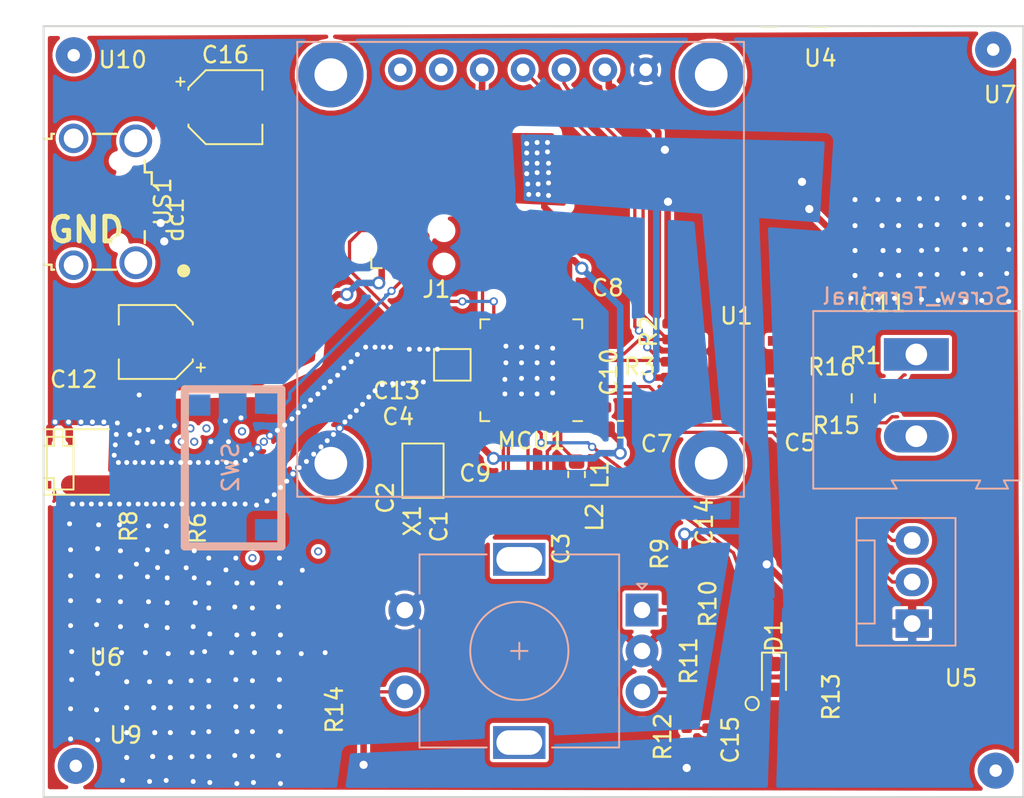
<source format=kicad_pcb>
(kicad_pcb (version 20171130) (host pcbnew "(5.1.2)-2")
  (layers (0 F.Cu signal) (31 B.Cu signal) (34 B.Paste user) (35 F.Paste user) (36 B.SilkS user) (37 F.SilkS user) (38 B.Mask user) (39 F.Mask user) (44 Edge.Cuts user))
  (net 0 "")
  (net 1 "Net-(C1-Pad2)")
  (net 2 "Net-(C2-Pad2)")
  (net 3 "Net-(C3-Pad2)")
  (net 4 "Net-(C4-Pad2)")
  (net 5 "Net-(C5-Pad1)")
  (net 6 "Net-(C5-Pad2)")
  (net 7 +3V3)
  (net 8 "Net-(C10-Pad2)")
  (net 9 "Net-(C13-Pad1)")
  (net 10 +5V)
  (net 11 SCL)
  (net 12 SDA)
  (net 13 "Net-(L1-Pad1)")
  (net 14 "Net-(L1-Pad2)")
  (net 15 "Net-(MCU1-Pad2)")
  (net 16 "Net-(MCU1-Pad7)")
  (net 17 LEDMCU)
  (net 18 "Net-(MCU1-Pad10)")
  (net 19 "Net-(MCU1-Pad11)")
  (net 20 "Net-(MCU1-Pad12)")
  (net 21 "Net-(MCU1-Pad14)")
  (net 22 "Net-(MCU1-Pad17)")
  (net 23 "Net-(MCU1-Pad18)")
  (net 24 "Net-(MCU1-Pad19)")
  (net 25 "Net-(MCU1-Pad20)")
  (net 26 "Net-(MCU1-Pad21)")
  (net 27 "Net-(MCU1-Pad22)")
  (net 28 "Net-(MCU1-Pad23)")
  (net 29 nRESET)
  (net 30 SWDCLK)
  (net 31 SWDIO)
  (net 32 "Net-(MCU1-Pad27)")
  (net 33 "Net-(MCU1-Pad28)")
  (net 34 "Net-(MCU1-Pad29)")
  (net 35 Ant)
  (net 36 "Net-(MCU1-Pad37)")
  (net 37 "Net-(MCU1-Pad40)")
  (net 38 "Net-(MCU1-Pad41)")
  (net 39 "Net-(MCU1-Pad44)")
  (net 40 "Net-(Fil1-Pad3)")
  (net 41 /RF)
  (net 42 "Net-(R10-Pad2)")
  (net 43 "Net-(R11-Pad1)")
  (net 44 "Net-(D1-Pad2)")
  (net 45 "Net-(R1-Pad2)")
  (net 46 "Net-(R1-Pad1)")
  (net 47 "Net-(J1-Pad6)")
  (net 48 /TX)
  (net 49 /RX)
  (net 50 RC1)
  (net 51 RC2)
  (net 52 RC3)
  (net 53 GND)
  (net 54 "Net-(MCU1-Pad16)")
  (net 55 "Net-(MCU1-Pad15)")
  (net 56 "Net-(MCU1-Pad6)")
  (net 57 "Net-(MCU1-Pad5)")
  (net 58 "Net-(dc1-Pad4)")
  (net 59 "Net-(Display1-Pad6)")
  (net 60 "Net-(Display1-Pad7)")
  (net 61 "Net-(US1-Pad2)")
  (net 62 "Net-(US1-Pad3)")
  (net 63 "Net-(US1-Pad4)")
  (module TerminalBlock:TerminalBlock_Altech_AK300-2_P5.00mm (layer B.Cu) (at 136.906 108.331 270)
    (fp_text reference Screw_Terminal (at -3.556 0 180) (layer B.SilkS) (effects (justify mirror)))
    (fp_text value TerminalBlock_Altech_AK300-2_P5.00mm)
    (pad 1 thru_hole rect (at 0 0 270) (size 1.98 3.96) (drill 1.32) (layers *.Cu *.Mask))
    (pad 2 thru_hole oval (at 5 0 270) (size 1.98 3.96) (drill 1.32) (layers *.Cu *.Mask))
  )
  (module Capacitor_SMD:C_0402_1005Metric (layer F.Cu) (at 107.546 111.6965)
    (fp_text reference C4 (at -2.309 0.4445) (layer F.SilkS))
    (fp_text value 100pF)
    (pad 2 smd roundrect (at 0.485 0) (size 0.59 0.64) (layers F.Cu F.Paste F.Mask) (net 4 "Net-(C4-Pad2)"))
    (pad 1 smd roundrect (at -0.485 0) (size 0.59 0.64) (layers F.Cu F.Paste F.Mask) (net 53 GND))
  )
  (module Connector:Tag-Connect_TC2030-IDC-NL_2x03_P1.27mm_Vertical (layer F.Cu) (at 105.5 101.785)
    (fp_text reference J1 (at 2.0701 2.5654) (layer F.SilkS))
    (fp_text value TC2030-CTX-TAG_CONECT)
    (pad "" np_thru_hole circle (at 2.54 -1.016) (size 0.9906 0.9906) (drill 0.9906) (layers *.Cu *.Mask))
    (pad "" np_thru_hole circle (at 2.54 1.016) (size 0.9906 0.9906) (drill 0.9906) (layers *.Cu *.Mask))
    (pad "" np_thru_hole circle (at -2.54 0) (size 0.9906 0.9906) (drill 0.9906) (layers *.Cu *.Mask))
    (pad 1 connect circle (at -1.27 0.635) (size 0.7874 0.7874) (layers F.Cu F.Mask) (net 7 +3V3))
    (pad 2 connect circle (at -1.27 -0.635) (size 0.7874 0.7874) (layers F.Cu F.Mask) (net 31 SWDIO))
    (pad 3 connect circle (at 0 0.635) (size 0.7874 0.7874) (layers F.Cu F.Mask) (net 29 nRESET))
    (pad 4 connect circle (at 0 -0.635) (size 0.7874 0.7874) (layers F.Cu F.Mask) (net 30 SWDCLK))
    (pad 5 connect circle (at 1.27 0.635) (size 0.7874 0.7874) (layers F.Cu F.Mask) (net 53 GND))
    (pad 6 connect circle (at 1.27 -0.635) (size 0.7874 0.7874) (layers F.Cu F.Mask) (net 47 "Net-(J1-Pad6)"))
  )
  (module Capacitor_SMD:C_0402_1005Metric (layer F.Cu) (at 108.9025 117.1345 90)
    (fp_text reference C1 (at -1.7145 -1.17 90) (layer F.SilkS))
    (fp_text value 12pF)
    (pad 1 smd roundrect (at -0.485 0 90) (size 0.59 0.64) (layers F.Cu F.Paste F.Mask) (net 53 GND))
    (pad 2 smd roundrect (at 0.485 0 90) (size 0.59 0.64) (layers F.Cu F.Paste F.Mask) (net 1 "Net-(C1-Pad2)"))
  )
  (module Capacitor_SMD:C_0402_1005Metric (layer F.Cu) (at 104.5845 115.1025 90)
    (fp_text reference C2 (at -1.9915 -0.127 90) (layer F.SilkS))
    (fp_text value 12pF)
    (pad 1 smd roundrect (at -0.485 0 90) (size 0.59 0.64) (layers F.Cu F.Paste F.Mask) (net 53 GND))
    (pad 2 smd roundrect (at 0.485 0 90) (size 0.59 0.64) (layers F.Cu F.Paste F.Mask) (net 2 "Net-(C2-Pad2)"))
  )
  (module Capacitor_SMD:C_0402_1005Metric (layer F.Cu) (at 114.8715 118.3235 270)
    (fp_text reference C3 (at 1.882 -0.3175 90) (layer F.SilkS))
    (fp_text value 1uF)
    (pad 2 smd roundrect (at 0.485 0 270) (size 0.59 0.64) (layers F.Cu F.Paste F.Mask) (net 3 "Net-(C3-Pad2)"))
    (pad 1 smd roundrect (at -0.485 0 270) (size 0.59 0.64) (layers F.Cu F.Paste F.Mask) (net 53 GND))
  )
  (module Capacitor_SMD:C_0402_1005Metric (layer F.Cu) (at 130.175 110.6575 270)
    (fp_text reference C5 (at 3.0734 0.381 180) (layer F.SilkS))
    (fp_text value 0.1uF)
    (pad 2 smd roundrect (at 0.485 0 270) (size 0.59 0.64) (layers F.Cu F.Paste F.Mask) (net 6 "Net-(C5-Pad2)"))
    (pad 1 smd roundrect (at -0.485 0 270) (size 0.59 0.64) (layers F.Cu F.Paste F.Mask) (net 5 "Net-(C5-Pad1)"))
  )
  (module Capacitor_SMD:C_0603_1608Metric (layer F.Cu) (at 118.834 112.903 180)
    (fp_text reference C7 (at -2.197 -0.889) (layer F.SilkS))
    (fp_text value 4.7uF)
    (pad 2 smd roundrect (at 0.7875 0 180) (size 0.875 0.95) (layers F.Cu F.Paste F.Mask) (net 7 +3V3))
    (pad 1 smd roundrect (at -0.7875 0 180) (size 0.875 0.95) (layers F.Cu F.Paste F.Mask) (net 53 GND))
  )
  (module Capacitor_SMD:C_0402_1005Metric (layer F.Cu) (at 116.1645 104.267 180)
    (fp_text reference C8 (at -1.882 0) (layer F.SilkS))
    (fp_text value 100nF)
    (pad 1 smd roundrect (at -0.485 0 180) (size 0.59 0.64) (layers F.Cu F.Paste F.Mask) (net 53 GND))
    (pad 2 smd roundrect (at 0.485 0 180) (size 0.59 0.64) (layers F.Cu F.Paste F.Mask) (net 7 +3V3))
  )
  (module Capacitor_SMD:C_0402_1005Metric (layer F.Cu) (at 109.751 113.8555)
    (fp_text reference C9 (at 0.1905 1.7375) (layer F.SilkS))
    (fp_text value 100nF)
    (pad 2 smd roundrect (at 0.485 0) (size 0.59 0.64) (layers F.Cu F.Paste F.Mask) (net 7 +3V3))
    (pad 1 smd roundrect (at -0.485 0) (size 0.59 0.64) (layers F.Cu F.Paste F.Mask) (net 53 GND))
  )
  (module Capacitor_SMD:C_0402_1005Metric (layer F.Cu) (at 118.4505 111.5695 180)
    (fp_text reference C10 (at 0.3405 2.159 90) (layer F.SilkS))
    (fp_text value 100nF)
    (pad 1 smd roundrect (at -0.485 0 180) (size 0.59 0.64) (layers F.Cu F.Paste F.Mask) (net 53 GND))
    (pad 2 smd roundrect (at 0.485 0 180) (size 0.59 0.64) (layers F.Cu F.Paste F.Mask) (net 8 "Net-(C10-Pad2)"))
  )
  (module Capacitor_SMD:C_0402_1005Metric (layer F.Cu) (at 132.184 106.4895 180)
    (fp_text reference C11 (at -2.667 1.27) (layer F.SilkS))
    (fp_text value 0.1uF)
    (pad 1 smd roundrect (at -0.485 0 180) (size 0.59 0.64) (layers F.Cu F.Paste F.Mask) (net 53 GND))
    (pad 2 smd roundrect (at 0.485 0 180) (size 0.59 0.64) (layers F.Cu F.Paste F.Mask) (net 7 +3V3))
  )
  (module Capacitor_SMD:CP_Elec_4x3 (layer F.Cu) (at 90.424 107.569 180)
    (fp_text reference C12 (at 5.0165 -2.286) (layer F.SilkS))
    (fp_text value 0.1uF)
    (pad 1 smd roundrect (at -1.8 0 180) (size 2.6 1.6) (layers F.Cu F.Paste F.Mask) (roundrect_rratio 0.15625) (net 7 +3V3))
    (pad 2 smd roundrect (at 1.8 0 180) (size 2.6 1.6) (layers F.Cu F.Paste F.Mask) (roundrect_rratio 0.15625) (net 53 GND))
  )
  (module Capacitor_SMD:C_0402_1005Metric (layer F.Cu) (at 107.546 110.617 180)
    (fp_text reference C13 (at 2.413 0.0635) (layer F.SilkS))
    (fp_text value NC)
    (pad 2 smd roundrect (at 0.485 0 180) (size 0.59 0.64) (layers F.Cu F.Paste F.Mask) (net 53 GND))
    (pad 1 smd roundrect (at -0.485 0 180) (size 0.59 0.64) (layers F.Cu F.Paste F.Mask) (net 9 "Net-(C13-Pad1)"))
  )
  (module Capacitor_SMD:C_0402_1005Metric (layer F.Cu) (at 124.0155 120.9572 90)
    (fp_text reference C14 (at 2.4027 -0.0635 90) (layer F.SilkS))
    (fp_text value 0.1uF)
    (pad 1 smd roundrect (at -0.485 0 90) (size 0.59 0.64) (layers F.Cu F.Paste F.Mask) (net 50 RC1))
    (pad 2 smd roundrect (at 0.485 0 90) (size 0.59 0.64) (layers F.Cu F.Paste F.Mask) (net 53 GND))
  )
  (module Capacitor_SMD:C_0402_1005Metric (layer F.Cu) (at 124.1425 131.6585 270)
    (fp_text reference C15 (at 0.231 -1.397 90) (layer F.SilkS))
    (fp_text value 0.1uF)
    (pad 2 smd roundrect (at 0.485 0 270) (size 0.59 0.64) (layers F.Cu F.Paste F.Mask) (net 53 GND))
    (pad 1 smd roundrect (at -0.485 0 270) (size 0.59 0.64) (layers F.Cu F.Paste F.Mask) (net 51 RC2))
  )
  (module Capacitor_SMD:CP_Elec_4x3 (layer F.Cu) (at 94.6785 93.218)
    (fp_text reference C16 (at 0 -3.2) (layer F.SilkS))
    (fp_text value 0.33uF)
    (pad 2 smd roundrect (at 1.8 0) (size 2.6 1.6) (layers F.Cu F.Paste F.Mask) (roundrect_rratio 0.15625) (net 53 GND))
    (pad 1 smd roundrect (at -1.8 0) (size 2.6 1.6) (layers F.Cu F.Paste F.Mask) (roundrect_rratio 0.15625) (net 10 +5V))
  )
  (module Inductor_SMD:L_0603_1608Metric (layer F.Cu) (at 116.1415 115.6715 270)
    (fp_text reference L1 (at 0 -1.43 90) (layer F.SilkS))
    (fp_text value 10uH)
    (pad 2 smd roundrect (at 0.7875 0 270) (size 0.875 0.95) (layers F.Cu F.Paste F.Mask) (net 14 "Net-(L1-Pad2)"))
    (pad 1 smd roundrect (at -0.7875 0 270) (size 0.875 0.95) (layers F.Cu F.Paste F.Mask) (net 13 "Net-(L1-Pad1)"))
  )
  (module Inductor_SMD:L_0402_1005Metric (layer F.Cu) (at 116.078 118.2775 270)
    (fp_text reference L2 (at 0 -1.17 90) (layer F.SilkS))
    (fp_text value 15nH)
    (pad 2 smd roundrect (at 0.485 0 270) (size 0.59 0.64) (layers F.Cu F.Paste F.Mask) (net 3 "Net-(C3-Pad2)"))
    (pad 1 smd roundrect (at -0.485 0 270) (size 0.59 0.64) (layers F.Cu F.Paste F.Mask) (net 14 "Net-(L1-Pad2)"))
  )
  (module Package_DFN_QFN:QFN-48-1EP_6x6mm_P0.4mm_EP4.2x4.2mm (layer F.Cu) (at 113.3729 109.2962 180)
    (fp_text reference MCU1 (at 0 -4.32) (layer F.SilkS))
    (fp_text value nRF52832-QFN4)
    (pad 48 smd roundrect (at -2.2 -2.95 180) (size 0.2 0.85) (layers F.Cu F.Paste F.Mask) (net 7 +3V3))
    (pad 47 smd roundrect (at -1.8 -2.95 180) (size 0.2 0.85) (layers F.Cu F.Paste F.Mask) (net 13 "Net-(L1-Pad1)"))
    (pad 46 smd roundrect (at -1.4 -2.95 180) (size 0.2 0.85) (layers F.Cu F.Paste F.Mask) (net 3 "Net-(C3-Pad2)"))
    (pad 45 smd roundrect (at -1 -2.95 180) (size 0.2 0.85) (layers F.Cu F.Paste F.Mask) (net 53 GND))
    (pad 44 smd roundrect (at -0.6 -2.95 180) (size 0.2 0.85) (layers F.Cu F.Paste F.Mask) (net 39 "Net-(MCU1-Pad44)"))
    (pad 43 smd roundrect (at -0.2 -2.95 180) (size 0.2 0.85) (layers F.Cu F.Paste F.Mask) (net 17 LEDMCU))
    (pad 42 smd roundrect (at 0.2 -2.95 180) (size 0.2 0.85) (layers F.Cu F.Paste F.Mask) (net 50 RC1))
    (pad 41 smd roundrect (at 0.6 -2.95 180) (size 0.2 0.85) (layers F.Cu F.Paste F.Mask) (net 38 "Net-(MCU1-Pad41)"))
    (pad 40 smd roundrect (at 1 -2.95 180) (size 0.2 0.85) (layers F.Cu F.Paste F.Mask) (net 37 "Net-(MCU1-Pad40)"))
    (pad 39 smd roundrect (at 1.4 -2.95 180) (size 0.2 0.85) (layers F.Cu F.Paste F.Mask) (net 51 RC2))
    (pad 38 smd roundrect (at 1.8 -2.95 180) (size 0.2 0.85) (layers F.Cu F.Paste F.Mask) (net 52 RC3))
    (pad 37 smd roundrect (at 2.2 -2.95 180) (size 0.2 0.85) (layers F.Cu F.Paste F.Mask) (net 36 "Net-(MCU1-Pad37)"))
    (pad 36 smd roundrect (at 2.95 -2.2 180) (size 0.85 0.2) (layers F.Cu F.Paste F.Mask) (net 7 +3V3))
    (pad 35 smd roundrect (at 2.95 -1.8 180) (size 0.85 0.2) (layers F.Cu F.Paste F.Mask) (net 1 "Net-(C1-Pad2)"))
    (pad 34 smd roundrect (at 2.95 -1.4 180) (size 0.85 0.2) (layers F.Cu F.Paste F.Mask) (net 2 "Net-(C2-Pad2)"))
    (pad 33 smd roundrect (at 2.95 -1 180) (size 0.85 0.2) (layers F.Cu F.Paste F.Mask) (net 4 "Net-(C4-Pad2)"))
    (pad 32 smd roundrect (at 2.95 -0.6 180) (size 0.85 0.2) (layers F.Cu F.Paste F.Mask) (net 9 "Net-(C13-Pad1)"))
    (pad 31 smd roundrect (at 2.95 -0.2 180) (size 0.85 0.2) (layers F.Cu F.Paste F.Mask) (net 53 GND))
    (pad 30 smd roundrect (at 2.95 0.2 180) (size 0.85 0.2) (layers F.Cu F.Paste F.Mask) (net 35 Ant))
    (pad 29 smd roundrect (at 2.95 0.6 180) (size 0.85 0.2) (layers F.Cu F.Paste F.Mask) (net 34 "Net-(MCU1-Pad29)"))
    (pad 28 smd roundrect (at 2.95 1 180) (size 0.85 0.2) (layers F.Cu F.Paste F.Mask) (net 33 "Net-(MCU1-Pad28)"))
    (pad 27 smd roundrect (at 2.95 1.4 180) (size 0.85 0.2) (layers F.Cu F.Paste F.Mask) (net 32 "Net-(MCU1-Pad27)"))
    (pad 26 smd roundrect (at 2.95 1.8 180) (size 0.85 0.2) (layers F.Cu F.Paste F.Mask) (net 31 SWDIO))
    (pad 25 smd roundrect (at 2.95 2.2 180) (size 0.85 0.2) (layers F.Cu F.Paste F.Mask) (net 30 SWDCLK))
    (pad 24 smd roundrect (at 2.2 2.95 180) (size 0.2 0.85) (layers F.Cu F.Paste F.Mask) (net 29 nRESET))
    (pad 23 smd roundrect (at 1.8 2.95 180) (size 0.2 0.85) (layers F.Cu F.Paste F.Mask) (net 28 "Net-(MCU1-Pad23)"))
    (pad 22 smd roundrect (at 1.4 2.95 180) (size 0.2 0.85) (layers F.Cu F.Paste F.Mask) (net 27 "Net-(MCU1-Pad22)"))
    (pad 21 smd roundrect (at 1 2.95 180) (size 0.2 0.85) (layers F.Cu F.Paste F.Mask) (net 26 "Net-(MCU1-Pad21)"))
    (pad 20 smd roundrect (at 0.6 2.95 180) (size 0.2 0.85) (layers F.Cu F.Paste F.Mask) (net 25 "Net-(MCU1-Pad20)"))
    (pad 19 smd roundrect (at 0.2 2.95 180) (size 0.2 0.85) (layers F.Cu F.Paste F.Mask) (net 24 "Net-(MCU1-Pad19)"))
    (pad 18 smd roundrect (at -0.2 2.95 180) (size 0.2 0.85) (layers F.Cu F.Paste F.Mask) (net 23 "Net-(MCU1-Pad18)"))
    (pad 17 smd roundrect (at -0.6 2.95 180) (size 0.2 0.85) (layers F.Cu F.Paste F.Mask) (net 22 "Net-(MCU1-Pad17)"))
    (pad 16 smd roundrect (at -1 2.95 180) (size 0.2 0.85) (layers F.Cu F.Paste F.Mask) (net 54 "Net-(MCU1-Pad16)"))
    (pad 15 smd roundrect (at -1.4 2.95 180) (size 0.2 0.85) (layers F.Cu F.Paste F.Mask) (net 55 "Net-(MCU1-Pad15)"))
    (pad 14 smd roundrect (at -1.8 2.95 180) (size 0.2 0.85) (layers F.Cu F.Paste F.Mask) (net 21 "Net-(MCU1-Pad14)"))
    (pad 13 smd roundrect (at -2.2 2.95 180) (size 0.2 0.85) (layers F.Cu F.Paste F.Mask) (net 7 +3V3))
    (pad 12 smd roundrect (at -2.95 2.2 180) (size 0.85 0.2) (layers F.Cu F.Paste F.Mask) (net 20 "Net-(MCU1-Pad12)"))
    (pad 11 smd roundrect (at -2.95 1.8 180) (size 0.85 0.2) (layers F.Cu F.Paste F.Mask) (net 19 "Net-(MCU1-Pad11)"))
    (pad 10 smd roundrect (at -2.95 1.4 180) (size 0.85 0.2) (layers F.Cu F.Paste F.Mask) (net 18 "Net-(MCU1-Pad10)"))
    (pad 9 smd roundrect (at -2.95 1 180) (size 0.85 0.2) (layers F.Cu F.Paste F.Mask) (net 11 SCL))
    (pad 8 smd roundrect (at -2.95 0.6 180) (size 0.85 0.2) (layers F.Cu F.Paste F.Mask) (net 12 SDA))
    (pad 7 smd roundrect (at -2.95 0.2 180) (size 0.85 0.2) (layers F.Cu F.Paste F.Mask) (net 16 "Net-(MCU1-Pad7)"))
    (pad 6 smd roundrect (at -2.95 -0.2 180) (size 0.85 0.2) (layers F.Cu F.Paste F.Mask) (net 56 "Net-(MCU1-Pad6)"))
    (pad 5 smd roundrect (at -2.95 -0.6 180) (size 0.85 0.2) (layers F.Cu F.Paste F.Mask) (net 57 "Net-(MCU1-Pad5)"))
    (pad 4 smd roundrect (at -2.95 -1 180) (size 0.85 0.2) (layers F.Cu F.Paste F.Mask) (net 49 /RX))
    (pad 3 smd roundrect (at -2.95 -1.4 180) (size 0.85 0.2) (layers F.Cu F.Paste F.Mask) (net 48 /TX))
    (pad 2 smd roundrect (at -2.95 -1.8 180) (size 0.85 0.2) (layers F.Cu F.Paste F.Mask) (net 15 "Net-(MCU1-Pad2)"))
    (pad 1 smd roundrect (at -2.95 -2.2 180) (size 0.85 0.2) (layers F.Cu F.Paste F.Mask) (net 8 "Net-(C10-Pad2)"))
    (pad 49 smd roundrect (at 0 0 180) (size 4.2 4.2) (layers F.Cu F.Mask) (roundrect_rratio 0.059524) (net 53 GND))
  )
  (module Resistor_SMD:R_0402_1005Metric (layer F.Cu) (at 121.7041 106.934 90)
    (fp_text reference R2 (at 0 -1.17 90) (layer F.SilkS))
    (fp_text value 1kΩ)
    (pad 2 smd roundrect (at 0.485 0 90) (size 0.59 0.64) (layers F.Cu F.Paste F.Mask) (net 7 +3V3))
    (pad 1 smd roundrect (at -0.485 0 90) (size 0.59 0.64) (layers F.Cu F.Paste F.Mask) (net 11 SCL))
  )
  (module Resistor_SMD:R_0402_1005Metric (layer F.Cu) (at 121.6025 109.2605 270)
    (fp_text reference R3 (at -0.1754 1.6002 180) (layer F.SilkS))
    (fp_text value 1kΩ)
    (pad 1 smd roundrect (at -0.485 0 270) (size 0.59 0.64) (layers F.Cu F.Paste F.Mask) (net 12 SDA))
    (pad 2 smd roundrect (at 0.485 0 270) (size 0.59 0.64) (layers F.Cu F.Paste F.Mask) (net 7 +3V3))
  )
  (module Resistor_SMD:R_0402_1005Metric (layer F.Cu) (at 92.837 116.9035 270)
    (fp_text reference R6 (at 2.055 -0.127 90) (layer F.SilkS))
    (fp_text value NC)
    (pad 1 smd roundrect (at -0.485 0 270) (size 0.59 0.64) (layers F.Cu F.Paste F.Mask) (net 40 "Net-(Fil1-Pad3)"))
    (pad 2 smd roundrect (at 0.485 0 270) (size 0.59 0.64) (layers F.Cu F.Paste F.Mask) (net 53 GND))
  )
  (module Resistor_SMD:R_0402_1005Metric (layer F.Cu) (at 90.8915 116.459 180)
    (fp_text reference R7 hide)
    (fp_text value 0)
    (pad 2 smd roundrect (at 0.485 0 180) (size 0.59 0.64) (layers F.Cu F.Paste F.Mask) (net 41 /RF))
    (pad 1 smd roundrect (at -0.485 0 180) (size 0.59 0.64) (layers F.Cu F.Paste F.Mask) (net 40 "Net-(Fil1-Pad3)"))
  )
  (module Resistor_SMD:R_0402_1005Metric (layer F.Cu) (at 89.2175 116.9035 270)
    (fp_text reference R8 (at 1.928 0.4445 90) (layer F.SilkS))
    (fp_text value NC)
    (pad 2 smd roundrect (at 0.485 0 270) (size 0.59 0.64) (layers F.Cu F.Paste F.Mask) (net 53 GND))
    (pad 1 smd roundrect (at -0.485 0 270) (size 0.59 0.64) (layers F.Cu F.Paste F.Mask) (net 41 /RF))
  )
  (module Resistor_SMD:R_0402_1005Metric (layer F.Cu) (at 122.7455 121.031 270)
    (fp_text reference R9 (at -0.508 1.524 90) (layer F.SilkS))
    (fp_text value 10KΩ)
    (pad 1 smd roundrect (at -0.485 0 270) (size 0.59 0.64) (layers F.Cu F.Paste F.Mask) (net 7 +3V3))
    (pad 2 smd roundrect (at 0.485 0 270) (size 0.59 0.64) (layers F.Cu F.Paste F.Mask) (net 50 RC1))
  )
  (module Resistor_SMD:R_0402_1005Metric (layer F.Cu) (at 122.6947 123.34 270)
    (fp_text reference R10 (at 0.231 -1.4732 90) (layer F.SilkS))
    (fp_text value 10KΩ)
    (pad 2 smd roundrect (at 0.485 0 270) (size 0.59 0.64) (layers F.Cu F.Paste F.Mask) (net 42 "Net-(R10-Pad2)"))
    (pad 1 smd roundrect (at -0.485 0 270) (size 0.59 0.64) (layers F.Cu F.Paste F.Mask) (net 50 RC1))
  )
  (module Resistor_SMD:R_0402_1005Metric (layer F.Cu) (at 122.8725 129.4765 270)
    (fp_text reference R11 (at -2.413 -0.127 90) (layer F.SilkS))
    (fp_text value 10KΩ)
    (pad 1 smd roundrect (at -0.485 0 270) (size 0.59 0.64) (layers F.Cu F.Paste F.Mask) (net 43 "Net-(R11-Pad1)"))
    (pad 2 smd roundrect (at 0.485 0 270) (size 0.59 0.64) (layers F.Cu F.Paste F.Mask) (net 51 RC2))
  )
  (module Resistor_SMD:R_0402_1005Metric (layer F.Cu) (at 122.8725 131.6585 90)
    (fp_text reference R12 (at -0.0405 -1.4605 90) (layer F.SilkS))
    (fp_text value 10KΩ)
    (pad 2 smd roundrect (at 0.485 0 90) (size 0.59 0.64) (layers F.Cu F.Paste F.Mask) (net 51 RC2))
    (pad 1 smd roundrect (at -0.485 0 90) (size 0.59 0.64) (layers F.Cu F.Paste F.Mask) (net 7 +3V3))
  )
  (module Resistor_SMD:R_0402_1005Metric (layer F.Cu) (at 129.7305 128.501 90)
    (fp_text reference R13 (at -0.762 1.9685 90) (layer F.SilkS))
    (fp_text value 50Ω)
    (pad 2 smd roundrect (at 0.485 0 90) (size 0.59 0.64) (layers F.Cu F.Paste F.Mask) (net 7 +3V3))
    (pad 1 smd roundrect (at -0.485 0 90) (size 0.59 0.64) (layers F.Cu F.Paste F.Mask) (net 44 "Net-(D1-Pad2)"))
  )
  (module Resistor_SMD:R_0402_1005Metric (layer F.Cu) (at 103.124 129.667 90)
    (fp_text reference R14 (at -0.381 -1.778 270) (layer F.SilkS))
    (fp_text value 10KΩ)
    (pad 2 smd roundrect (at 0.485 0 90) (size 0.59 0.64) (layers F.Cu F.Paste F.Mask) (net 52 RC3))
    (pad 1 smd roundrect (at -0.485 0 90) (size 0.59 0.64) (layers F.Cu F.Paste F.Mask) (net 7 +3V3))
  )
  (module Resistor_SMD:R_0402_1005Metric (layer F.Cu) (at 131.676 111.252 180)
    (fp_text reference R15 (at -0.3326 -1.4224) (layer F.SilkS))
    (fp_text value 10Ω)
    (pad 1 smd roundrect (at -0.485 0 180) (size 0.59 0.64) (layers F.Cu F.Paste F.Mask) (net 45 "Net-(R1-Pad2)"))
    (pad 2 smd roundrect (at 0.485 0 180) (size 0.59 0.64) (layers F.Cu F.Paste F.Mask) (net 6 "Net-(C5-Pad2)"))
  )
  (module Resistor_SMD:R_0402_1005Metric (layer F.Cu) (at 131.676 110.236 180)
    (fp_text reference R16 (at -0.0635 1.143) (layer F.SilkS))
    (fp_text value 10Ω)
    (pad 2 smd roundrect (at 0.485 0 180) (size 0.59 0.64) (layers F.Cu F.Paste F.Mask) (net 5 "Net-(C5-Pad1)"))
    (pad 1 smd roundrect (at -0.485 0 180) (size 0.59 0.64) (layers F.Cu F.Paste F.Mask) (net 46 "Net-(R1-Pad1)"))
  )
  (module LED_SMD:LED_0603_1608Metric (layer F.Cu) (at 128.2065 128.0415 270)
    (fp_text reference D1 (at -2.502 0 90) (layer F.SilkS))
    (fp_text value LED)
    (pad 2 smd roundrect (at 0.7875 0 270) (size 0.875 0.95) (layers F.Cu F.Paste F.Mask) (net 44 "Net-(D1-Pad2)"))
    (pad 1 smd roundrect (at -0.7875 0 270) (size 0.875 0.95) (layers F.Cu F.Paste F.Mask) (net 17 LEDMCU))
  )
  (module Rotary_Encoder:RotaryEncoder_Alps_EC11E-Switch_Vertical_H20mm (layer B.Cu) (at 120.142 123.952 180)
    (fp_text reference SW1 hide)
    (fp_text value Rotary_Encoder_Switch)
    (pad S1 thru_hole circle (at 14.5 -5 180) (size 2 2) (drill 1) (layers *.Cu *.Mask) (net 52 RC3))
    (pad S2 thru_hole circle (at 14.5 0 180) (size 2 2) (drill 1) (layers *.Cu *.Mask) (net 53 GND))
    (pad MP thru_hole rect (at 7.5 -8.1 180) (size 3.2 2) (drill oval 2.8 1.5) (layers *.Cu *.Mask))
    (pad MP thru_hole rect (at 7.5 3.1 180) (size 3.2 2) (drill oval 2.8 1.5) (layers *.Cu *.Mask))
    (pad B thru_hole circle (at 0 -5 180) (size 2 2) (drill 1) (layers *.Cu *.Mask) (net 43 "Net-(R11-Pad1)"))
    (pad C thru_hole circle (at 0 -2.5 180) (size 2 2) (drill 1) (layers *.Cu *.Mask) (net 53 GND))
    (pad A thru_hole rect (at 0 0 180) (size 2 2) (drill 1) (layers *.Cu *.Mask) (net 42 "Net-(R10-Pad2)"))
  )
  (module Medidor:2450AT18D0100 (layer F.Cu) (at 85.3948 116.586 90)
    (fp_text reference U3 hide)
    (fp_text value 2450AT18D0100 hide)
    (pad 4 smd rect (at 0.2667 -1.5113 180) (size 0.31 0.52) (layers F.Cu F.Paste F.Mask) (net 53 GND))
    (pad 2 smd rect (at 2.9591 -0.1778 180) (size 0.31 0.52) (layers F.Cu F.Paste F.Mask) (net 53 GND))
    (pad 3 smd rect (at 2.9718 -1.4859) (size 0.31 0.52) (layers F.Cu F.Paste F.Mask) (net 53 GND))
    (pad 1 smd rect (at 0.2667 -0.1651) (size 0.31 0.52) (layers F.Cu F.Paste F.Mask) (net 41 /RF))
  )
  (module Resistor_SMD:R_0805_2012Metric (layer F.Cu) (at 133.6675 111.013 270)
    (fp_text reference R1 (at -2.6035 -0.127 180) (layer F.SilkS))
    (fp_text value Shunt)
    (pad 2 smd roundrect (at 0.9375 0 270) (size 0.975 1.4) (layers F.Cu F.Paste F.Mask) (net 45 "Net-(R1-Pad2)"))
    (pad 1 smd roundrect (at -0.9375 0 270) (size 0.975 1.4) (layers F.Cu F.Paste F.Mask) (net 46 "Net-(R1-Pad1)"))
  )
  (module Medidor:botao (layer B.Cu) (at 92.2 120.063 90)
    (fp_text reference SW2 (at 4.826 2.794 90) (layer B.SilkS) (effects (justify mirror)))
    (fp_text value SW_DPST_x2)
    (pad 4 smd rect (at 1.016 5.08 180) (size 1.6 1.3) (layers B.Cu B.Paste B.Mask))
    (pad 1 smd rect (at 1.016 0.889 180) (size 1.6 1.3) (layers B.Cu B.Paste B.Mask) (net 53 GND))
    (pad 3 smd rect (at 8.636 0.762 180) (size 1.6 1.3) (layers B.Cu B.Paste B.Mask))
    (pad 2 smd rect (at 8.763 5.08 180) (size 1.6 1.3) (layers B.Cu B.Paste B.Mask) (net 29 nRESET))
  )
  (module Medidor:cristal (layer F.Cu) (at 108.0135 117.094 90)
    (fp_text reference X1 (at -1.397 -1.905 90) (layer F.SilkS))
    (fp_text value 32MHz)
    (pad GND smd rect (at 2.667 -0.381 90) (size 1.2 0.76) (layers F.Cu F.Paste F.Mask))
    (pad 2 smd rect (at 2.667 -2.159 90) (size 1.2 0.76) (layers F.Cu F.Paste F.Mask) (net 2 "Net-(C2-Pad2)"))
    (pad GND smd rect (at 0.635 -2.159 90) (size 1.2 0.76) (layers F.Cu F.Paste F.Mask))
    (pad 1 smd rect (at 0.635 -0.381 90) (size 1.2 0.76) (layers F.Cu F.Paste F.Mask) (net 1 "Net-(C1-Pad2)"))
  )
  (module Medidor:baloon (layer F.Cu) (at 108.6485 108.966 180)
    (fp_text reference Fil1 hide)
    (fp_text value 2450FM07A0029T hide)
    (pad 4 smd rect (at 0.0791 0.3556 180) (size 0.3 0.725) (layers F.Cu F.Paste F.Mask) (net 53 GND))
    (pad 2 smd rect (at 0.0791 -0.3625 180) (size 0.3 0.725) (layers F.Cu F.Paste F.Mask) (net 53 GND))
    (pad 3 smd rect (at 0.69088 0 180) (size 0.6 0.6) (layers F.Cu F.Paste F.Mask) (net 40 "Net-(Fil1-Pad3)"))
    (pad 1 smd rect (at -0.54864 0 180) (size 0.6 0.6) (layers F.Cu F.Paste F.Mask) (net 35 Ant))
  )
  (module Connector:FanPinHeader_1x03_P2.54mm_Vertical (layer B.Cu) (at 136.652 124.7775 90)
    (fp_text reference U2 hide)
    (fp_text value Serial hide)
    (pad 1 thru_hole rect (at 0 0) (size 2.03 1.73) (drill 1.02) (layers *.Cu *.Mask) (net 53 GND))
    (pad 2 thru_hole oval (at 2.54 0) (size 2.03 1.73) (drill 1.02) (layers *.Cu *.Mask) (net 48 /TX))
    (pad 3 thru_hole oval (at 5.08 0) (size 2.03 1.73) (drill 1.02) (layers *.Cu *.Mask) (net 49 /RX))
  )
  (module Fiducial:Fiducial_0.75mm_Mask1.5mm (layer F.Cu) (at 128.5875 90.17)
    (fp_text reference U4 (at 2.4525 0.06) (layer F.SilkS))
    (fp_text value Fiducial)
    (pad "" smd circle (at 0 0) (size 0.75 0.75) (layers F.Cu F.Mask) (clearance 0.375))
  )
  (module Fiducial:Fiducial_0.75mm_Mask1.5mm (layer F.Cu) (at 139.6365 130.1115)
    (fp_text reference U5 (at 0 -2) (layer F.SilkS))
    (fp_text value Fiducial)
    (pad "" smd circle (at 0 0) (size 0.75 0.75) (layers F.Cu F.Mask) (clearance 0.375))
  )
  (module Fiducial:Fiducial_0.75mm_Mask1.5mm (layer F.Cu) (at 87.376 128.8415)
    (fp_text reference U6 (at 0 -2) (layer F.SilkS))
    (fp_text value Fiducial)
    (pad "" smd circle (at 0 0) (size 0.75 0.75) (layers F.Cu F.Mask) (clearance 0.375))
  )
  (module Medidor:spacer (layer F.Cu) (at 141.7066 90.1065)
    (fp_text reference U7 (at 0.3175 2.3495) (layer F.SilkS))
    (fp_text value spacer)
    (pad "" np_thru_hole circle (at -0.1016 -0.4064) (size 2.2 2.2) (drill 0.762) (layers *.Cu *.Mask))
  )
  (module Medidor:spacer (layer F.Cu) (at 141.859 134.1755)
    (fp_text reference U8 hide)
    (fp_text value spacer)
    (pad "" np_thru_hole circle (at -0.1016 -0.4064) (size 2.2 2.2) (drill 0.762) (layers *.Cu *.Mask))
  )
  (module Medidor:spacer (layer F.Cu) (at 85.6361 133.8834)
    (fp_text reference U9 (at 2.9464 -2.286) (layer F.SilkS))
    (fp_text value spacer)
    (pad "" np_thru_hole circle (at -0.1016 -0.4064) (size 2.2 2.2) (drill 0.762) (layers *.Cu *.Mask))
  )
  (module Medidor:spacer (layer F.Cu) (at 85.5091 90.4494)
    (fp_text reference U10 (at 2.8909 -0.1294) (layer F.SilkS))
    (fp_text value spacer)
    (pad "" np_thru_hole circle (at -0.1016 -0.4064) (size 2.2 2.2) (drill 0.762) (layers *.Cu *.Mask))
  )
  (module Medidor:L78L (layer F.Cu) (at 95.32 100.1)
    (fp_text reference dc1 (at -3.705 0 90) (layer F.SilkS))
    (fp_text value DC-DC hide)
    (pad 8 smd rect (at -1.905 -2.65) (size 0.6 1.4) (layers F.Cu F.Paste F.Mask) (net 10 +5V))
    (pad 1 smd rect (at -1.905 2.65) (size 0.6 1.4) (layers F.Cu F.Paste F.Mask) (net 7 +3V3))
    (pad 7 smd rect (at -0.635 -2.65) (size 0.6 1.4) (layers F.Cu F.Paste F.Mask) (net 53 GND))
    (pad 2 smd rect (at -0.635 2.65) (size 0.6 1.4) (layers F.Cu F.Paste F.Mask) (net 53 GND))
    (pad 6 smd rect (at 0.635 -2.65) (size 0.6 1.4) (layers F.Cu F.Paste F.Mask) (net 53 GND))
    (pad 3 smd rect (at 0.635 2.65) (size 0.6 1.4) (layers F.Cu F.Paste F.Mask) (net 53 GND))
    (pad 5 smd rect (at 1.905 -2.65) (size 0.6 1.4) (layers F.Cu F.Paste F.Mask))
    (pad 4 smd rect (at 1.905 2.65) (size 0.6 1.4) (layers F.Cu F.Paste F.Mask) (net 58 "Net-(dc1-Pad4)"))
  )
  (module Medidor:OLED (layer B.Cu) (at 126.37 89.23 180)
    (fp_text reference Display1 hide)
    (fp_text value OLED)
    (pad "" thru_hole circle (at 2 -2 180) (size 4 4) (drill 2) (layers *.Cu *.Mask))
    (pad 1 thru_hole circle (at 6 -1.7 180) (size 1.5 1.5) (drill 0.762) (layers *.Cu *.Mask) (net 53 GND))
    (pad 2 thru_hole circle (at 8.5 -1.7 180) (size 1.5 1.5) (drill 0.762) (layers *.Cu *.Mask) (net 7 +3V3))
    (pad 3 thru_hole circle (at 11 -1.7 180) (size 1.5 1.5) (drill 0.762) (layers *.Cu *.Mask) (net 11 SCL))
    (pad 4 thru_hole circle (at 13.5 -1.7 180) (size 1.5 1.5) (drill 0.762) (layers *.Cu *.Mask) (net 12 SDA))
    (pad 5 thru_hole circle (at 16 -1.7 180) (size 1.5 1.5) (drill 0.762) (layers *.Cu *.Mask) (net 7 +3V3))
    (pad 6 thru_hole circle (at 18.5 -1.7 180) (size 1.5 1.5) (drill 0.762) (layers *.Cu *.Mask) (net 59 "Net-(Display1-Pad6)"))
    (pad 7 thru_hole circle (at 21 -1.7 180) (size 1.5 1.5) (drill 0.762) (layers *.Cu *.Mask) (net 60 "Net-(Display1-Pad7)"))
    (pad "" thru_hole circle (at 25.25 -2 180) (size 4 4) (drill 2) (layers *.Cu *.Mask))
    (pad "" thru_hole circle (at 2 -25.75 180) (size 4 4) (drill 2) (layers *.Cu *.Mask))
    (pad "" thru_hole circle (at 25.25 -25.75 180) (size 4 4) (drill 2) (layers *.Cu *.Mask))
  )
  (module Medidor:INA219 (layer F.Cu) (at 125.91 109.41 90)
    (fp_text reference U1 (at 3.43 0) (layer F.SilkS))
    (fp_text value INA219-INA hide)
    (pad 8 smd rect (at -1.905 -2.7 90) (size 0.6 1.55) (layers F.Cu F.Paste F.Mask) (net 53 GND))
    (pad 1 smd rect (at -1.905 2.7 90) (size 0.6 1.55) (layers F.Cu F.Paste F.Mask) (net 6 "Net-(C5-Pad2)"))
    (pad 7 smd rect (at -0.635 -2.7 90) (size 0.6 1.55) (layers F.Cu F.Paste F.Mask) (net 53 GND))
    (pad 2 smd rect (at -0.635 2.7 90) (size 0.6 1.55) (layers F.Cu F.Paste F.Mask) (net 5 "Net-(C5-Pad1)"))
    (pad 6 smd rect (at 0.635 -2.7 90) (size 0.6 1.55) (layers F.Cu F.Paste F.Mask) (net 12 SDA))
    (pad 3 smd rect (at 0.635 2.7 90) (size 0.6 1.55) (layers F.Cu F.Paste F.Mask) (net 53 GND))
    (pad 5 smd rect (at 1.905 -2.7 90) (size 0.6 1.55) (layers F.Cu F.Paste F.Mask) (net 11 SCL))
    (pad 4 smd rect (at 1.905 2.7 90) (size 0.6 1.55) (layers F.Cu F.Paste F.Mask) (net 7 +3V3))
  )
  (module Connector_USB:USB_Micro-B_Wuerth_629105150521_CircularHoles (layer F.Cu) (at 87.35 99 270)
    (fp_text reference US1 (at 0 -3.5 90) (layer F.SilkS))
    (fp_text value USB)
    (pad 1 smd rect (at -1.3 -1.9 270) (size 0.45 1.3) (layers F.Cu F.Paste F.Mask) (net 10 +5V))
    (pad 2 smd rect (at -0.65 -1.9 270) (size 0.45 1.3) (layers F.Cu F.Paste F.Mask) (net 61 "Net-(US1-Pad2)"))
    (pad 3 smd rect (at 0 -1.9 270) (size 0.45 1.3) (layers F.Cu F.Paste F.Mask) (net 62 "Net-(US1-Pad3)"))
    (pad 4 smd rect (at 0.65 -1.9 270) (size 0.45 1.3) (layers F.Cu F.Paste F.Mask) (net 63 "Net-(US1-Pad4)"))
    (pad 5 smd rect (at 1.3 -1.9 270) (size 0.45 1.3) (layers F.Cu F.Paste F.Mask) (net 53 GND))
    (pad 6 thru_hole circle (at -3.725 -1.85 270) (size 2 2) (drill 1.4) (layers *.Cu *.Mask))
    (pad 6 thru_hole circle (at 3.725 -1.85 270) (size 2 2) (drill 1.4) (layers *.Cu *.Mask))
    (pad 6 thru_hole circle (at -3.875 1.95 270) (size 1.8 1.8) (drill 1.2) (layers *.Cu *.Mask))
    (pad 6 thru_hole circle (at 3.875 1.95 270) (size 1.8 1.8) (drill 1.2) (layers *.Cu *.Mask))
    (pad "" np_thru_hole circle (at -2.5 -0.8 270) (size 0.8 0.8) (drill 0.8) (layers *.Cu *.Mask))
    (pad "" np_thru_hole circle (at 2.5 -0.8 270) (size 0.8 0.8) (drill 0.8) (layers *.Cu *.Mask))
  )
  (gr_line (start 84.7725 113.919) (end 85.344 113.919) (layer F.SilkS) (width 0.12))
  (gr_line (start 83.6295 115.8875) (end 84.201 115.8875) (layer F.SilkS) (width 0.12))
  (gr_line (start 83.6295 113.919) (end 84.201 113.919) (layer F.SilkS) (width 0.12))
  (gr_line (start 84.7725 112.903) (end 84.7725 113.919) (layer F.SilkS) (width 0.12))
  (gr_line (start 84.201 115.8875) (end 84.201 116.9035) (layer F.SilkS) (width 0.12))
  (gr_line (start 84.201 112.903) (end 84.201 113.919) (layer F.SilkS) (width 0.12))
  (gr_line (start 87.566 112.9035) (end 83.566 112.9035) (layer F.SilkS) (width 0.12))
  (gr_line (start 87.566 116.9035) (end 83.566 116.9035) (layer F.SilkS) (width 0.12))
  (gr_line (start 83.566 112.9035) (end 83.566 116.9035) (layer F.SilkS) (width 0.12))
  (gr_text GND (at 86.1695 100.711) (layer F.SilkS) (effects (font (size 1.5 1.5) (thickness 0.3))))
  (gr_circle (center 126.873 129.667) (end 127.1905 129.921) (layer F.SilkS) (width 0.12))
  (gr_line (start 143.4465 88.265) (end 83.566 88.265) (layer Edge.Cuts) (width 0.12))
  (gr_line (start 143.4465 135.382) (end 143.4465 88.265) (layer Edge.Cuts) (width 0.12))
  (gr_line (start 83.566 135.382) (end 143.4465 135.382) (layer Edge.Cuts) (width 0.12))
  (gr_line (start 83.566 88.265) (end 83.566 135.382) (layer Edge.Cuts) (width 0.12))
  (gr_line (start 127.4196 88.3036) (end 128.4196 88.3036) (layer F.SilkS) (width 0.12))
  (gr_line (start 131.4196 88.3036) (end 130.4196 88.3036) (layer F.SilkS) (width 0.12))
  (segment (start 105.8545 116.425) (end 105.8545 116.459) (width 0.2) (layer F.Cu) (net 0))
  (segment (start 107.6325 114.647) (end 105.8545 116.425) (width 0.2) (layer F.Cu) (net 0))
  (segment (start 107.6325 114.427) (end 107.6325 114.647) (width 0.2) (layer F.Cu) (net 0))
  (segment (start 104.521 116.459) (end 105.8545 116.459) (width 0.2) (layer F.Cu) (net 0))
  (segment (start 104.013 116.967) (end 104.521 116.459) (width 0.2) (layer F.Cu) (net 0))
  (via (at 100.35 120.37) (size 0.5) (drill 0.3) (layers F.Cu B.Cu) (net 0))
  (via (at 92.54 112.85) (size 0.5) (drill 0.3) (layers F.Cu B.Cu) (net 0))
  (via (at 93.52 112.85) (size 0.5) (drill 0.3) (layers F.Cu B.Cu) (net 0))
  (via (at 99.6315 114.8715) (size 0.5) (drill 0.3) (layers F.Cu B.Cu) (net 0))
  (via (at 100.076 114.427) (size 0.5) (drill 0.3) (layers F.Cu B.Cu) (net 0))
  (via (at 100.5205 113.9825) (size 0.5) (drill 0.3) (layers F.Cu B.Cu) (net 0))
  (via (at 100.9015 113.6015) (size 0.5) (drill 0.3) (layers F.Cu B.Cu) (net 0))
  (segment (start 107.823 116.6495) (end 107.6325 116.459) (width 0.2) (layer F.Cu) (net 1))
  (segment (start 108.9025 116.6495) (end 107.823 116.6495) (width 0.2) (layer F.Cu) (net 1))
  (segment (start 107.6325 116.239) (end 107.6325 116.459) (width 0.2) (layer F.Cu) (net 1))
  (segment (start 108.331 115.5405) (end 107.6325 116.239) (width 0.2) (layer F.Cu) (net 1))
  (segment (start 108.331 112.903) (end 108.331 115.5405) (width 0.2) (layer F.Cu) (net 1))
  (segment (start 109.4105 111.730032) (end 108.331 112.903) (width 0.2) (layer F.Cu) (net 1))
  (segment (start 110.4229 111.0962) (end 110.044332 111.0962) (width 0.2) (layer F.Cu) (net 1))
  (segment (start 110.044332 111.0962) (end 109.4105 111.730032) (width 0.2) (layer F.Cu) (net 1))
  (segment (start 105.664 114.6175) (end 105.8545 114.427) (width 0.2) (layer F.Cu) (net 2))
  (segment (start 104.5845 114.6175) (end 105.664 114.6175) (width 0.2) (layer F.Cu) (net 2))
  (segment (start 106.2695 114.012) (end 105.8545 114.427) (width 0.2) (layer F.Cu) (net 2))
  (segment (start 110.044332 110.6962) (end 109.519983 110.9345) (width 0.2) (layer F.Cu) (net 2))
  (segment (start 110.4229 110.6962) (end 110.044332 110.6962) (width 0.2) (layer F.Cu) (net 2))
  (segment (start 106.2695 113.792) (end 106.2695 114.012) (width 0.2) (layer F.Cu) (net 2))
  (segment (start 109.519983 110.9345) (end 108.204 112.522) (width 0.2) (layer F.Cu) (net 2))
  (segment (start 108.204 112.522) (end 107.6325 112.776) (width 0.2) (layer F.Cu) (net 2))
  (segment (start 107.6325 112.776) (end 106.841 113.2205) (width 0.2) (layer F.Cu) (net 2))
  (segment (start 106.841 113.2205) (end 106.2695 113.792) (width 0.2) (layer F.Cu) (net 2))
  (segment (start 114.9175 118.7625) (end 114.8715 118.8085) (width 0.2) (layer F.Cu) (net 3))
  (segment (start 116.078 118.7625) (end 114.9175 118.7625) (width 0.2) (layer F.Cu) (net 3))
  (segment (start 114.35149 118.28849) (end 114.35149 114.24851) (width 0.2) (layer F.Cu) (net 3))
  (segment (start 114.8715 118.8085) (end 114.35149 118.28849) (width 0.2) (layer F.Cu) (net 3))
  (segment (start 114.7729 113.8271) (end 114.7729 112.2462) (width 0.2) (layer F.Cu) (net 3))
  (segment (start 114.35149 114.24851) (end 114.7729 113.8271) (width 0.2) (layer F.Cu) (net 3))
  (segment (start 108.6485 111.3155) (end 108.331 111.6965) (width 0.2) (layer F.Cu) (net 4))
  (segment (start 108.839 111.0615) (end 108.6485 111.3155) (width 0.2) (layer F.Cu) (net 4))
  (segment (start 109.093 110.8075) (end 108.839 111.0615) (width 0.2) (layer F.Cu) (net 4))
  (segment (start 110.4229 110.2962) (end 109.7915 110.363) (width 0.2) (layer F.Cu) (net 4))
  (segment (start 109.7915 110.363) (end 109.093 110.8075) (width 0.2) (layer F.Cu) (net 4))
  (segment (start 129.032 110.0455) (end 129.2225 110.236) (width 0.2) (layer F.Cu) (net 5))
  (segment (start 128.557 110.0455) (end 129.032 110.0455) (width 0.2) (layer F.Cu) (net 5))
  (segment (start 129.2225 110.236) (end 129.65499 110.236) (width 0.2) (layer F.Cu) (net 5))
  (segment (start 131.1275 110.1725) (end 131.191 110.236) (width 0.2) (layer F.Cu) (net 5))
  (segment (start 130.175 110.1725) (end 131.1275 110.1725) (width 0.2) (layer F.Cu) (net 5))
  (segment (start 129.532 111.3155) (end 129.5955 111.252) (width 0.2) (layer F.Cu) (net 6))
  (segment (start 128.557 111.3155) (end 129.532 111.3155) (width 0.2) (layer F.Cu) (net 6))
  (segment (start 131.0815 111.1425) (end 131.191 111.252) (width 0.2) (layer F.Cu) (net 6))
  (segment (start 130.175 111.1425) (end 131.0815 111.1425) (width 0.2) (layer F.Cu) (net 6))
  (segment (start 115.6795 100.8205) (end 114.173 99.314) (width 0.4) (layer F.Cu) (net 7))
  (segment (start 114.173 99.314) (end 114.173 98.806) (width 0.4) (layer F.Cu) (net 7))
  (segment (start 115.5729 104.3736) (end 115.6795 104.267) (width 0.4) (layer F.Cu) (net 7))
  (segment (start 115.5729 106.3462) (end 115.5729 104.3736) (width 0.4) (layer F.Cu) (net 7))
  (via (at 116.459 103.0605) (size 0.8) (drill 0.5) (layers F.Cu B.Cu) (net 7))
  (segment (start 115.9685 102.57) (end 116.459 103.0605) (width 0.4) (layer F.Cu) (net 7))
  (segment (start 115.6795 102.57) (end 115.9685 102.57) (width 0.4) (layer F.Cu) (net 7))
  (segment (start 115.6795 102.57) (end 115.6795 100.8205) (width 0.4) (layer F.Cu) (net 7))
  (segment (start 115.6795 104.267) (end 115.6795 102.57) (width 0.4) (layer F.Cu) (net 7))
  (segment (start 116.459 103.0605) (end 118.8085 105.41) (width 0.4) (layer B.Cu) (net 7))
  (segment (start 118.8085 105.41) (end 118.8085 114.3635) (width 0.4) (layer B.Cu) (net 7))
  (via (at 118.8085 114.3635) (size 0.8) (drill 0.5) (layers F.Cu B.Cu) (net 7))
  (segment (start 118.8085 114.3635) (end 118.8085 113.797815) (width 0.4) (layer B.Cu) (net 7))
  (segment (start 118.8085 113.665) (end 118.0465 112.903) (width 0.4) (layer F.Cu) (net 7))
  (segment (start 118.8085 114.3635) (end 118.8085 113.665) (width 0.4) (layer F.Cu) (net 7))
  (segment (start 117.3897 112.2462) (end 115.5729 112.2462) (width 0.4) (layer F.Cu) (net 7))
  (segment (start 118.0465 112.903) (end 117.3897 112.2462) (width 0.4) (layer F.Cu) (net 7))
  (via (at 111.0615 114.681) (size 0.8) (drill 0.5) (layers F.Cu B.Cu) (net 7))
  (segment (start 117.209502 114.681) (end 111.0615 114.681) (width 0.4) (layer B.Cu) (net 7))
  (segment (start 118.8085 114.3635) (end 117.527002 114.3635) (width 0.4) (layer B.Cu) (net 7))
  (segment (start 117.527002 114.3635) (end 117.209502 114.681) (width 0.4) (layer B.Cu) (net 7))
  (segment (start 111.0615 114.681) (end 110.236 113.8555) (width 0.4) (layer F.Cu) (net 7))
  (segment (start 110.236 111.6831) (end 110.4229 111.4962) (width 0.4) (layer F.Cu) (net 7))
  (segment (start 110.236 113.8555) (end 110.236 111.6831) (width 0.4) (layer F.Cu) (net 7))
  (via (at 114.3635 95.377) (size 0.5) (drill 0.3) (layers F.Cu B.Cu) (net 7))
  (via (at 113.7285 95.377) (size 0.5) (drill 0.3) (layers F.Cu B.Cu) (net 7))
  (via (at 113.0935 95.4405) (size 0.5) (drill 0.3) (layers F.Cu B.Cu) (net 7))
  (via (at 113.0935 96.012) (size 0.5) (drill 0.3) (layers F.Cu B.Cu) (net 7))
  (via (at 113.7285 96.012) (size 0.5) (drill 0.3) (layers F.Cu B.Cu) (net 7))
  (via (at 114.3635 95.9485) (size 0.5) (drill 0.3) (layers F.Cu B.Cu) (net 7))
  (via (at 114.427 96.647) (size 0.5) (drill 0.3) (layers F.Cu B.Cu) (net 7))
  (via (at 113.7285 96.647) (size 0.5) (drill 0.3) (layers F.Cu B.Cu) (net 7))
  (via (at 113.0935 96.647) (size 0.5) (drill 0.3) (layers F.Cu B.Cu) (net 7))
  (via (at 113.0935 97.282) (size 0.5) (drill 0.3) (layers F.Cu B.Cu) (net 7))
  (via (at 113.7285 97.2185) (size 0.5) (drill 0.3) (layers F.Cu B.Cu) (net 7))
  (via (at 114.427 97.2185) (size 0.5) (drill 0.3) (layers F.Cu B.Cu) (net 7))
  (via (at 114.427 97.8535) (size 0.5) (drill 0.3) (layers F.Cu B.Cu) (net 7))
  (via (at 113.792 97.917) (size 0.5) (drill 0.3) (layers F.Cu B.Cu) (net 7))
  (via (at 113.157 97.917) (size 0.5) (drill 0.3) (layers F.Cu B.Cu) (net 7))
  (via (at 114.427 98.6155) (size 0.5) (drill 0.3) (layers F.Cu B.Cu) (net 7))
  (segment (start 114.173 98.806) (end 114.173 98.806) (width 0.4) (layer F.Cu) (net 7))
  (via (at 113.792 98.552) (size 0.5) (drill 0.3) (layers F.Cu B.Cu) (net 7))
  (via (at 113.2205 98.552) (size 0.5) (drill 0.3) (layers F.Cu B.Cu) (net 7))
  (via (at 130.3655 99.441) (size 0.8) (drill 0.5) (layers F.Cu B.Cu) (net 7))
  (segment (start 131.699 106.4895) (end 131.699 100.7745) (width 0.4) (layer F.Cu) (net 7))
  (segment (start 131.699 100.7745) (end 130.3655 99.441) (width 0.4) (layer F.Cu) (net 7))
  (via (at 121.7295 98.9965) (size 0.8) (drill 0.5) (layers F.Cu B.Cu) (net 7))
  (segment (start 121.7041 106.449) (end 121.7041 99.0219) (width 0.4) (layer F.Cu) (net 7))
  (segment (start 121.7041 99.0219) (end 121.7295 98.9965) (width 0.4) (layer F.Cu) (net 7))
  (via (at 120.586684 109.69621) (size 0.8) (drill 0.5) (layers F.Cu B.Cu) (net 7))
  (segment (start 121.6025 109.7455) (end 120.635974 109.7455) (width 0.4) (layer F.Cu) (net 7))
  (segment (start 120.635974 109.7455) (end 120.586684 109.69621) (width 0.4) (layer F.Cu) (net 7))
  (segment (start 121.009501 109.273393) (end 121.009501 98.975001) (width 0.4) (layer B.Cu) (net 7))
  (segment (start 120.586684 109.69621) (end 121.009501 109.273393) (width 0.4) (layer B.Cu) (net 7))
  (via (at 121.539 95.8215) (size 0.8) (drill 0.5) (layers F.Cu B.Cu) (net 7))
  (segment (start 121.139001 94.761001) (end 118.360001 91.982001) (width 0.4) (layer F.Cu) (net 7))
  (segment (start 121.539 95.8215) (end 121.139001 95.421501) (width 0.4) (layer F.Cu) (net 7))
  (segment (start 121.139001 95.421501) (end 121.139001 94.761001) (width 0.4) (layer F.Cu) (net 7))
  (segment (start 118.360001 91.982001) (end 118.11 91.982001) (width 0.4) (layer F.Cu) (net 7))
  (via (at 122.7455 119.3165) (size 0.8) (drill 0.5) (layers F.Cu B.Cu) (net 7))
  (segment (start 122.7455 120.546) (end 122.7455 119.3165) (width 0.4) (layer F.Cu) (net 7))
  (segment (start 123.311185 119.3165) (end 123.501685 119.126) (width 0.4) (layer B.Cu) (net 7))
  (segment (start 122.7455 119.3165) (end 123.311185 119.3165) (width 0.4) (layer B.Cu) (net 7))
  (segment (start 123.501685 119.126) (end 126.619 119.126) (width 0.4) (layer B.Cu) (net 7))
  (segment (start 129.7305 128.016) (end 129.7305 127.621) (width 0.4) (layer F.Cu) (net 7))
  (via (at 127.762 121.158) (size 0.8) (drill 0.5) (layers F.Cu B.Cu) (net 7))
  (segment (start 129.7305 127.621) (end 129.7305 123.1265) (width 0.4) (layer F.Cu) (net 7))
  (segment (start 129.7305 123.1265) (end 127.762 121.158) (width 0.4) (layer F.Cu) (net 7))
  (via (at 103.124 133.4135) (size 0.8) (drill 0.5) (layers F.Cu B.Cu) (net 7))
  (segment (start 103.124 130.152) (end 103.124 133.4135) (width 0.4) (layer F.Cu) (net 7))
  (via (at 122.8725 133.604) (size 0.8) (drill 0.5) (layers F.Cu B.Cu) (net 7))
  (segment (start 122.8725 132.1435) (end 122.8725 133.604) (width 0.4) (layer F.Cu) (net 7))
  (segment (start 117.8922 111.4962) (end 117.9655 111.5695) (width 0.2) (layer F.Cu) (net 8))
  (segment (start 116.3229 111.4962) (end 117.8922 111.4962) (width 0.2) (layer F.Cu) (net 8))
  (segment (start 108.9025 110.49) (end 108.308 110.617) (width 0.2) (layer F.Cu) (net 9))
  (segment (start 109.84081 109.99619) (end 108.9025 110.49) (width 0.2) (layer F.Cu) (net 9))
  (segment (start 110.41231 109.99619) (end 109.84081 109.99619) (width 0.2) (layer F.Cu) (net 9))
  (segment (start 110.4229 109.8962) (end 110.4229 109.9856) (width 0.2) (layer F.Cu) (net 9))
  (segment (start 110.4229 109.9856) (end 110.41231 109.99619) (width 0.2) (layer F.Cu) (net 9))
  (segment (start 123.157 107.5055) (end 122.429054 107.5055) (width 0.2) (layer F.Cu) (net 11))
  (segment (start 119.992 107.419) (end 121.7041 107.419) (width 0.2) (layer F.Cu) (net 11))
  (segment (start 116.3229 108.2962) (end 119.0338 108.2962) (width 0.2) (layer F.Cu) (net 11))
  (segment (start 119.0338 108.2962) (end 119.992 107.419) (width 0.2) (layer F.Cu) (net 11))
  (segment (start 121.7041 107.419) (end 120.2055 105.9204) (width 0.2) (layer F.Cu) (net 11))
  (segment (start 120.2055 96.7105) (end 115.57 92.075) (width 0.2) (layer F.Cu) (net 11))
  (segment (start 115.57 92.075) (end 115.951 92.456) (width 0.2) (layer F.Cu) (net 11))
  (segment (start 122.682 108.7755) (end 122.4915 108.966) (width 0.2) (layer F.Cu) (net 12))
  (segment (start 123.157 108.7755) (end 122.682 108.7755) (width 0.2) (layer F.Cu) (net 12))
  (segment (start 121.5232 108.6962) (end 121.6025 108.7755) (width 0.2) (layer F.Cu) (net 12))
  (segment (start 116.3229 108.6962) (end 121.5232 108.6962) (width 0.2) (layer F.Cu) (net 12))
  (via (at 120.4595 107.8865) (size 0.5) (drill 0.3) (layers F.Cu B.Cu) (net 12))
  (segment (start 121.6025 108.7755) (end 121.3485 108.7755) (width 0.2) (layer F.Cu) (net 12))
  (segment (start 121.3485 108.7755) (end 120.4595 107.8865) (width 0.2) (layer F.Cu) (net 12))
  (via (at 119.9515 106.8705) (size 0.5) (drill 0.3) (layers F.Cu B.Cu) (net 12))
  (segment (start 120.4595 107.8865) (end 120.4595 107.3785) (width 0.2) (layer B.Cu) (net 12))
  (segment (start 120.4595 107.3785) (end 119.9515 106.8705) (width 0.2) (layer B.Cu) (net 12))
  (segment (start 115.1729 113.9154) (end 116.1415 114.884) (width 0.2) (layer F.Cu) (net 13))
  (segment (start 115.1729 112.2462) (end 115.1729 113.9154) (width 0.2) (layer F.Cu) (net 13))
  (segment (start 116.1415 117.729) (end 116.078 117.7925) (width 0.2) (layer F.Cu) (net 14))
  (segment (start 116.1415 116.459) (end 116.1415 117.729) (width 0.2) (layer F.Cu) (net 14))
  (segment (start 113.5729 112.7712) (end 113.9825 113.1808) (width 0.2) (layer F.Cu) (net 17))
  (segment (start 113.5729 112.2462) (end 113.5729 112.7712) (width 0.2) (layer F.Cu) (net 17))
  (segment (start 113.9825 113.1808) (end 113.9825 113.7285) (width 0.2) (layer F.Cu) (net 17))
  (via (at 113.9825 113.7285) (size 0.5) (drill 0.3) (layers F.Cu B.Cu) (net 17))
  (segment (start 113.9825 113.7285) (end 116.7765 113.7285) (width 0.2) (layer B.Cu) (net 17))
  (via (at 117.094 113.9825) (size 0.5) (drill 0.3) (layers F.Cu B.Cu) (net 17))
  (segment (start 116.7765 113.7285) (end 116.84 113.7285) (width 0.2) (layer B.Cu) (net 17))
  (segment (start 116.84 113.7285) (end 117.094 113.9825) (width 0.2) (layer B.Cu) (net 17))
  (segment (start 125.73 120.4595) (end 128.2065 127.254) (width 0.2) (layer F.Cu) (net 17))
  (segment (start 117.094 113.9825) (end 121.793 117.5385) (width 0.2) (layer F.Cu) (net 17))
  (segment (start 121.793 117.5385) (end 125.73 120.4595) (width 0.2) (layer F.Cu) (net 17))
  (segment (start 97.2185 111.887) (end 97.79 111.887) (width 0.2) (layer B.Cu) (net 29))
  (segment (start 97.79 111.887) (end 98.6155 111.0615) (width 0.2) (layer B.Cu) (net 29))
  (segment (start 109.32734 109.0962) (end 109.19714 108.966) (width 0.2) (layer F.Cu) (net 35))
  (segment (start 110.4229 109.0962) (end 109.32734 109.0962) (width 0.2) (layer F.Cu) (net 35))
  (segment (start 96.3065 116.332) (end 92.837 116.332) (width 1.2) (layer F.Cu) (net 40))
  (segment (start 107.95762 108.966) (end 103.759 108.966) (width 1.2) (layer F.Cu) (net 40))
  (segment (start 103.632 108.966) (end 96.1795 116.4185) (width 1.2) (layer F.Cu) (net 40))
  (segment (start 92.7965 116.459) (end 92.837 116.4185) (width 0.2) (layer F.Cu) (net 40))
  (segment (start 91.3765 116.332) (end 92.7965 116.332) (width 1.2) (layer F.Cu) (net 40))
  (segment (start 89.14331 116.3193) (end 89.2175 116.39349) (width 1.2) (layer F.Cu) (net 41))
  (segment (start 85.2297 116.3193) (end 89.14331 116.3193) (width 1.2) (layer F.Cu) (net 41))
  (segment (start 89.258 116.459) (end 89.2175 116.4185) (width 0.2) (layer F.Cu) (net 41))
  (segment (start 90.4065 116.332) (end 89.258 116.332) (width 1.2) (layer F.Cu) (net 41))
  (segment (start 122.5677 123.952) (end 122.6947 123.825) (width 0.2) (layer F.Cu) (net 42))
  (segment (start 120.142 123.952) (end 122.5677 123.952) (width 0.2) (layer F.Cu) (net 42))
  (segment (start 120.1815 128.9915) (end 120.142 128.952) (width 0.2) (layer F.Cu) (net 43))
  (segment (start 122.8725 128.9915) (end 120.1815 128.9915) (width 0.2) (layer F.Cu) (net 43))
  (segment (start 128.3635 128.986) (end 128.2065 128.829) (width 0.2) (layer F.Cu) (net 44))
  (segment (start 129.7305 128.986) (end 128.3635 128.986) (width 0.2) (layer F.Cu) (net 44))
  (segment (start 132.969 111.252) (end 133.6675 111.9505) (width 0.2) (layer F.Cu) (net 45))
  (segment (start 132.161 111.252) (end 132.969 111.252) (width 0.2) (layer F.Cu) (net 45))
  (segment (start 135.057335 112.506737) (end 135.423082 112.14099) (width 0.2) (layer F.Cu) (net 45))
  (segment (start 133.6675 111.9505) (end 134.223737 112.506737) (width 0.2) (layer F.Cu) (net 45))
  (segment (start 134.223737 112.506737) (end 135.057335 112.506737) (width 0.2) (layer F.Cu) (net 45))
  (segment (start 135.423082 112.14099) (end 135.76301 112.14099) (width 0.2) (layer F.Cu) (net 45))
  (segment (start 133.507 110.236) (end 133.6675 110.0755) (width 0.2) (layer F.Cu) (net 46))
  (segment (start 132.161 110.236) (end 133.507 110.236) (width 0.2) (layer F.Cu) (net 46))
  (segment (start 133.6675 110.0755) (end 135.653001 110.0755) (width 0.2) (layer F.Cu) (net 46))
  (segment (start 135.653001 110.0755) (end 136.144 109.584501) (width 0.2) (layer F.Cu) (net 46))
  (segment (start 136.144 109.584501) (end 136.223999 109.584501) (width 0.2) (layer F.Cu) (net 46))
  (segment (start 135.437 122.2375) (end 134.3025 121.103) (width 0.2) (layer F.Cu) (net 48))
  (segment (start 136.652 122.2375) (end 135.437 122.2375) (width 0.2) (layer F.Cu) (net 48))
  (segment (start 134.3025 121.103) (end 134.3025 119.253) (width 0.2) (layer F.Cu) (net 48))
  (segment (start 134.3025 119.253) (end 128.143 113.0935) (width 0.2) (layer F.Cu) (net 48))
  (segment (start 128.143 113.0935) (end 122.428 113.0935) (width 0.2) (layer F.Cu) (net 48))
  (segment (start 122.428 113.0935) (end 120.523 111.1885) (width 0.2) (layer F.Cu) (net 48))
  (segment (start 120.523 111.1885) (end 120.523 110.744) (width 0.2) (layer F.Cu) (net 48))
  (segment (start 120.4752 110.6962) (end 116.3229 110.6962) (width 0.2) (layer F.Cu) (net 48))
  (segment (start 120.523 110.744) (end 120.4752 110.6962) (width 0.2) (layer F.Cu) (net 48))
  (segment (start 135.437 119.6975) (end 128.3885 112.649) (width 0.2) (layer F.Cu) (net 49))
  (segment (start 136.652 119.6975) (end 135.437 119.6975) (width 0.2) (layer F.Cu) (net 49))
  (segment (start 128.3885 112.649) (end 122.555 112.649) (width 0.2) (layer F.Cu) (net 49))
  (segment (start 122.555 112.649) (end 120.904 110.998) (width 0.2) (layer F.Cu) (net 49))
  (segment (start 120.904 110.998) (end 120.904 110.617) (width 0.2) (layer F.Cu) (net 49))
  (segment (start 120.5832 110.2962) (end 116.3229 110.2962) (width 0.2) (layer F.Cu) (net 49))
  (segment (start 120.904 110.617) (end 120.5832 110.2962) (width 0.2) (layer F.Cu) (net 49))
  (segment (start 122.6947 121.5668) (end 122.7455 121.516) (width 0.2) (layer F.Cu) (net 50))
  (segment (start 122.6947 122.855) (end 122.6947 121.5668) (width 0.2) (layer F.Cu) (net 50))
  (segment (start 123.9417 121.516) (end 124.0155 121.4422) (width 0.2) (layer F.Cu) (net 50))
  (segment (start 122.7455 121.516) (end 123.9417 121.516) (width 0.2) (layer F.Cu) (net 50))
  (segment (start 113.1729 112.2462) (end 113.1729 116.8876) (width 0.2) (layer F.Cu) (net 50))
  (segment (start 113.1729 116.8876) (end 109.982 120.0785) (width 0.2) (layer F.Cu) (net 50))
  (segment (start 109.982 120.0785) (end 109.982 122.1105) (width 0.2) (layer F.Cu) (net 50))
  (segment (start 109.982 122.1105) (end 110.617 122.7455) (width 0.2) (layer F.Cu) (net 50))
  (segment (start 110.617 122.7455) (end 117.729 122.7455) (width 0.2) (layer F.Cu) (net 50))
  (segment (start 117.729 122.7455) (end 118.999 121.4755) (width 0.2) (layer F.Cu) (net 50))
  (segment (start 119.0395 121.516) (end 122.7455 121.516) (width 0.2) (layer F.Cu) (net 50))
  (segment (start 118.999 121.4755) (end 119.0395 121.516) (width 0.2) (layer F.Cu) (net 50))
  (segment (start 122.8725 131.1735) (end 122.8725 129.9615) (width 0.2) (layer F.Cu) (net 51))
  (segment (start 122.8725 131.1735) (end 124.1425 131.1735) (width 0.2) (layer F.Cu) (net 51))
  (segment (start 111.9729 112.2462) (end 111.9729 116.8811) (width 0.2) (layer F.Cu) (net 51))
  (segment (start 111.9729 116.8811) (end 109.4105 119.4435) (width 0.2) (layer F.Cu) (net 51))
  (segment (start 109.4105 119.4435) (end 109.4105 127.381) (width 0.2) (layer F.Cu) (net 51))
  (segment (start 109.4105 127.381) (end 111.76 129.7305) (width 0.2) (layer F.Cu) (net 51))
  (segment (start 111.76 129.7305) (end 116.9035 129.7305) (width 0.2) (layer F.Cu) (net 51))
  (segment (start 116.9035 129.7305) (end 117.9195 130.7465) (width 0.2) (layer F.Cu) (net 51))
  (segment (start 122.0875 130.7465) (end 122.607 130.227) (width 0.2) (layer F.Cu) (net 51))
  (segment (start 117.9195 130.7465) (end 122.0875 130.7465) (width 0.2) (layer F.Cu) (net 51))
  (segment (start 122.538332 130.295668) (end 122.607 130.227) (width 0.2) (layer F.Cu) (net 51))
  (segment (start 122.607 130.227) (end 122.8725 129.9615) (width 0.2) (layer F.Cu) (net 51))
  (segment (start 103.412 128.952) (end 103.124 129.24) (width 0.2) (layer F.Cu) (net 52))
  (segment (start 105.642 128.952) (end 103.412 128.952) (width 0.2) (layer F.Cu) (net 52))
  (segment (start 111.661501 112.859801) (end 111.661501 115.985999) (width 0.2) (layer F.Cu) (net 52))
  (segment (start 111.5729 112.2462) (end 111.5729 112.7712) (width 0.2) (layer F.Cu) (net 52))
  (segment (start 111.5729 112.7712) (end 111.661501 112.859801) (width 0.2) (layer F.Cu) (net 52))
  (segment (start 102.789832 128.905832) (end 103.124 129.24) (width 0.2) (layer F.Cu) (net 52))
  (segment (start 102.60399 128.71999) (end 102.789832 128.905832) (width 0.2) (layer F.Cu) (net 52))
  (segment (start 102.60399 125.04351) (end 102.60399 128.71999) (width 0.2) (layer F.Cu) (net 52))
  (segment (start 111.661501 115.985999) (end 102.60399 125.04351) (width 0.2) (layer F.Cu) (net 52))
  (via (at 92.71 117.475) (size 0.5) (drill 0.3) (layers F.Cu B.Cu) (net 53))
  (via (at 89.3445 117.475) (size 0.5) (drill 0.3) (layers F.Cu B.Cu) (net 53))
  (segment (start 103.9495 117.094) (end 103.9495 117.2845) (width 0.2) (layer F.Cu) (net 53))
  (segment (start 103.9495 117.2845) (end 103.251 117.983) (width 0.2) (layer F.Cu) (net 53))
  (via (at 111.76 110.744) (size 0.5) (drill 0.3) (layers F.Cu B.Cu) (net 53))
  (via (at 112.776 110.744) (size 0.5) (drill 0.3) (layers F.Cu B.Cu) (net 53))
  (via (at 113.7285 110.744) (size 0.5) (drill 0.3) (layers F.Cu B.Cu) (net 53))
  (via (at 114.681 110.6805) (size 0.5) (drill 0.3) (layers F.Cu B.Cu) (net 53))
  (via (at 114.681 109.7915) (size 0.5) (drill 0.3) (layers F.Cu B.Cu) (net 53))
  (via (at 113.7285 109.7915) (size 0.5) (drill 0.3) (layers F.Cu B.Cu) (net 53))
  (via (at 112.776 109.7915) (size 0.5) (drill 0.3) (layers F.Cu B.Cu) (net 53))
  (via (at 111.76 109.855) (size 0.5) (drill 0.3) (layers F.Cu B.Cu) (net 53))
  (via (at 111.8235 108.839) (size 0.5) (drill 0.3) (layers F.Cu B.Cu) (net 53))
  (via (at 112.776 108.839) (size 0.5) (drill 0.3) (layers F.Cu B.Cu) (net 53))
  (via (at 113.7285 108.839) (size 0.5) (drill 0.3) (layers F.Cu B.Cu) (net 53))
  (via (at 114.681 108.839) (size 0.5) (drill 0.3) (layers F.Cu B.Cu) (net 53))
  (via (at 114.681 107.95) (size 0.5) (drill 0.3) (layers F.Cu B.Cu) (net 53))
  (via (at 113.7285 107.8865) (size 0.5) (drill 0.3) (layers F.Cu B.Cu) (net 53))
  (via (at 112.776 107.8865) (size 0.5) (drill 0.3) (layers F.Cu B.Cu) (net 53))
  (via (at 111.8235 107.823) (size 0.5) (drill 0.3) (layers F.Cu B.Cu) (net 53))
  (segment (start 108.5694 109.3285) (end 108.5694 109.494222) (width 0.4) (layer F.Cu) (net 53))
  (segment (start 108.208622 109.855) (end 107.1245 109.855) (width 0.4) (layer F.Cu) (net 53))
  (segment (start 109.63624 109.635061) (end 108.428561 109.635061) (width 0.4) (layer F.Cu) (net 53))
  (segment (start 109.775101 109.4962) (end 109.63624 109.635061) (width 0.4) (layer F.Cu) (net 53))
  (segment (start 110.4229 109.4962) (end 109.775101 109.4962) (width 0.4) (layer F.Cu) (net 53))
  (segment (start 108.5694 109.494222) (end 108.428561 109.635061) (width 0.4) (layer F.Cu) (net 53))
  (segment (start 108.428561 109.635061) (end 108.208622 109.855) (width 0.4) (layer F.Cu) (net 53))
  (segment (start 108.5694 108.437778) (end 108.208622 108.077) (width 0.4) (layer F.Cu) (net 53))
  (segment (start 108.5694 108.6104) (end 108.5694 108.437778) (width 0.4) (layer F.Cu) (net 53))
  (segment (start 108.208622 108.0135) (end 107.6325 108.0135) (width 0.4) (layer F.Cu) (net 53))
  (segment (start 105.918 108.0135) (end 105.664 107.7595) (width 0.4) (layer F.Cu) (net 53))
  (segment (start 85.1027 112.8399) (end 85.09 112.8272) (width 0.4) (layer F.Cu) (net 53))
  (segment (start 85.1027 113.4999) (end 85.1027 112.8399) (width 0.4) (layer F.Cu) (net 53))
  (segment (start 85.09 112.8272) (end 85.09 112.4585) (width 0.4) (layer F.Cu) (net 53))
  (segment (start 85.1662 112.9034) (end 84.7213 112.4585) (width 0.4) (layer F.Cu) (net 53))
  (segment (start 85.1662 113.5634) (end 85.1662 112.9034) (width 0.4) (layer F.Cu) (net 53))
  (segment (start 83.92601 112.79699) (end 83.92601 113.5507) (width 0.4) (layer F.Cu) (net 53))
  (segment (start 84.7213 112.4585) (end 84.2645 112.4585) (width 0.4) (layer F.Cu) (net 53))
  (segment (start 84.2645 112.4585) (end 83.92601 112.79699) (width 0.4) (layer F.Cu) (net 53))
  (segment (start 106.934 109.855) (end 106.77525 110.01375) (width 0.2) (layer F.Cu) (net 53))
  (segment (start 106.934 109.855) (end 107.1245 109.855) (width 0.2) (layer F.Cu) (net 53))
  (segment (start 106.807 102.5525) (end 106.807 103.124) (width 0.2) (layer F.Cu) (net 53))
  (segment (start 106.807 103.124) (end 107.188 103.505) (width 0.2) (layer F.Cu) (net 53))
  (segment (start 84.2645 112.4585) (end 84.2645 112.4585) (width 0.4) (layer F.Cu) (net 53))
  (via (at 84.2645 112.4585) (size 0.5) (drill 0.3) (layers F.Cu B.Cu) (net 53))
  (segment (start 85.09 112.4585) (end 85.09 112.2045) (width 0.4) (layer F.Cu) (net 53))
  (via (at 85.09 112.4585) (size 0.5) (drill 0.3) (layers F.Cu B.Cu) (net 53))
  (via (at 85.852 112.4585) (size 0.5) (drill 0.3) (layers F.Cu B.Cu) (net 53))
  (via (at 86.5505 112.4585) (size 0.5) (drill 0.3) (layers F.Cu B.Cu) (net 53))
  (via (at 87.249 112.4585) (size 0.5) (drill 0.3) (layers F.Cu B.Cu) (net 53))
  (via (at 88.0745 112.522) (size 0.5) (drill 0.3) (layers F.Cu B.Cu) (net 53))
  (via (at 88.011 113.2205) (size 0.5) (drill 0.3) (layers F.Cu B.Cu) (net 53))
  (via (at 87.9475 113.8555) (size 0.5) (drill 0.3) (layers F.Cu B.Cu) (net 53))
  (via (at 87.884 114.4905) (size 0.5) (drill 0.3) (layers F.Cu B.Cu) (net 53))
  (via (at 88.138 114.935) (size 0.5) (drill 0.3) (layers F.Cu B.Cu) (net 53))
  (via (at 88.646 114.935) (size 0.5) (drill 0.3) (layers F.Cu B.Cu) (net 53))
  (via (at 89.154 114.935) (size 0.5) (drill 0.3) (layers F.Cu B.Cu) (net 53))
  (via (at 89.662 114.935) (size 0.5) (drill 0.3) (layers F.Cu B.Cu) (net 53))
  (via (at 90.2335 114.935) (size 0.5) (drill 0.3) (layers F.Cu B.Cu) (net 53))
  (via (at 90.805 114.935) (size 0.5) (drill 0.3) (layers F.Cu B.Cu) (net 53))
  (via (at 91.3765 114.935) (size 0.5) (drill 0.3) (layers F.Cu B.Cu) (net 53))
  (via (at 91.948 114.935) (size 0.5) (drill 0.3) (layers F.Cu B.Cu) (net 53))
  (via (at 92.5195 114.935) (size 0.5) (drill 0.3) (layers F.Cu B.Cu) (net 53))
  (via (at 93.0275 114.935) (size 0.5) (drill 0.3) (layers F.Cu B.Cu) (net 53))
  (via (at 93.599 114.935) (size 0.5) (drill 0.3) (layers F.Cu B.Cu) (net 53))
  (via (at 94.1705 114.935) (size 0.5) (drill 0.3) (layers F.Cu B.Cu) (net 53))
  (via (at 94.742 114.935) (size 0.5) (drill 0.3) (layers F.Cu B.Cu) (net 53))
  (via (at 95.3135 114.935) (size 0.5) (drill 0.3) (layers F.Cu B.Cu) (net 53))
  (via (at 95.885 114.808) (size 0.5) (drill 0.3) (layers F.Cu B.Cu) (net 53))
  (via (at 96.266 114.427) (size 0.5) (drill 0.3) (layers F.Cu B.Cu) (net 53))
  (via (at 96.647 114.046) (size 0.5) (drill 0.3) (layers F.Cu B.Cu) (net 53))
  (via (at 97.028 113.665) (size 0.5) (drill 0.3) (layers F.Cu B.Cu) (net 29))
  (via (at 97.409 113.284) (size 0.5) (drill 0.3) (layers F.Cu B.Cu) (net 53))
  (via (at 97.8535 112.9665) (size 0.5) (drill 0.3) (layers F.Cu B.Cu) (net 53))
  (via (at 98.298 112.649) (size 0.5) (drill 0.3) (layers F.Cu B.Cu) (net 53))
  (via (at 98.7425 112.268) (size 0.5) (drill 0.3) (layers F.Cu B.Cu) (net 53))
  (via (at 99.1235 111.887) (size 0.5) (drill 0.3) (layers F.Cu B.Cu) (net 53))
  (via (at 99.5045 111.506) (size 0.5) (drill 0.3) (layers F.Cu B.Cu) (net 53))
  (via (at 99.8855 111.125) (size 0.5) (drill 0.3) (layers F.Cu B.Cu) (net 53))
  (via (at 100.33 110.744) (size 0.5) (drill 0.3) (layers F.Cu B.Cu) (net 53))
  (via (at 100.711 110.363) (size 0.5) (drill 0.3) (layers F.Cu B.Cu) (net 53))
  (via (at 101.092 109.982) (size 0.5) (drill 0.3) (layers F.Cu B.Cu) (net 53))
  (via (at 101.5365 109.601) (size 0.5) (drill 0.3) (layers F.Cu B.Cu) (net 53))
  (via (at 101.9175 109.1565) (size 0.5) (drill 0.3) (layers F.Cu B.Cu) (net 53))
  (via (at 102.362 108.7755) (size 0.5) (drill 0.3) (layers F.Cu B.Cu) (net 53))
  (via (at 102.743 108.331) (size 0.5) (drill 0.3) (layers F.Cu B.Cu) (net 53))
  (via (at 103.251 107.8865) (size 0.5) (drill 0.3) (layers F.Cu B.Cu) (net 53))
  (via (at 103.8225 107.8865) (size 0.5) (drill 0.3) (layers F.Cu B.Cu) (net 53))
  (via (at 104.3305 107.8865) (size 0.5) (drill 0.3) (layers F.Cu B.Cu) (net 53))
  (via (at 104.775 107.8865) (size 0.5) (drill 0.3) (layers F.Cu B.Cu) (net 53))
  (segment (start 107.6325 108.0135) (end 107.061 108.0135) (width 0.4) (layer F.Cu) (net 53))
  (via (at 107.6325 108.0135) (size 0.5) (drill 0.3) (layers F.Cu B.Cu) (net 53))
  (segment (start 107.061 108.0135) (end 106.553 108.0135) (width 0.4) (layer F.Cu) (net 53))
  (via (at 107.061 108.0135) (size 0.5) (drill 0.3) (layers F.Cu B.Cu) (net 53))
  (segment (start 106.553 108.0135) (end 105.918 108.0135) (width 0.4) (layer F.Cu) (net 53))
  (via (at 106.553 108.0135) (size 0.5) (drill 0.3) (layers F.Cu B.Cu) (net 53))
  (segment (start 105.918 108.0135) (end 105.918 108.0135) (width 0.4) (layer F.Cu) (net 53))
  (via (at 105.918 108.0135) (size 0.5) (drill 0.3) (layers F.Cu B.Cu) (net 53))
  (segment (start 106.77525 110.01375) (end 106.299 110.49) (width 0.2) (layer F.Cu) (net 53))
  (via (at 106.77525 110.01375) (size 0.5) (drill 0.3) (layers F.Cu B.Cu) (net 53))
  (via (at 106.172 110.0455) (size 0.5) (drill 0.3) (layers F.Cu B.Cu) (net 53))
  (via (at 105.537 110.109) (size 0.5) (drill 0.3) (layers F.Cu B.Cu) (net 53))
  (via (at 104.902 110.109) (size 0.5) (drill 0.3) (layers F.Cu B.Cu) (net 53))
  (via (at 104.267 110.1725) (size 0.5) (drill 0.3) (layers F.Cu B.Cu) (net 53))
  (via (at 103.8225 110.5535) (size 0.5) (drill 0.3) (layers F.Cu B.Cu) (net 53))
  (via (at 103.4415 110.9345) (size 0.5) (drill 0.3) (layers F.Cu B.Cu) (net 53))
  (via (at 103.0605 111.379) (size 0.5) (drill 0.3) (layers F.Cu B.Cu) (net 53))
  (via (at 102.6795 111.76) (size 0.5) (drill 0.3) (layers F.Cu B.Cu) (net 53))
  (via (at 102.2985 112.141) (size 0.5) (drill 0.3) (layers F.Cu B.Cu) (net 53))
  (via (at 85.344 117.475) (size 0.5) (drill 0.3) (layers F.Cu B.Cu) (net 53))
  (via (at 85.9155 117.475) (size 0.5) (drill 0.3) (layers F.Cu B.Cu) (net 53))
  (via (at 86.487 117.475) (size 0.5) (drill 0.3) (layers F.Cu B.Cu) (net 53))
  (via (at 87.0585 117.475) (size 0.5) (drill 0.3) (layers F.Cu B.Cu) (net 53))
  (via (at 87.63 117.475) (size 0.5) (drill 0.3) (layers F.Cu B.Cu) (net 53))
  (via (at 88.2015 117.475) (size 0.5) (drill 0.3) (layers F.Cu B.Cu) (net 53))
  (via (at 88.773 117.475) (size 0.5) (drill 0.3) (layers F.Cu B.Cu) (net 53))
  (via (at 89.8525 117.475) (size 0.5) (drill 0.3) (layers F.Cu B.Cu) (net 53))
  (via (at 90.3605 117.475) (size 0.5) (drill 0.3) (layers F.Cu B.Cu) (net 53))
  (via (at 90.8685 117.475) (size 0.5) (drill 0.3) (layers F.Cu B.Cu) (net 53))
  (via (at 91.44 117.475) (size 0.5) (drill 0.3) (layers F.Cu B.Cu) (net 53))
  (via (at 92.0115 117.475) (size 0.5) (drill 0.3) (layers F.Cu B.Cu) (net 53))
  (via (at 93.345 117.475) (size 0.5) (drill 0.3) (layers F.Cu B.Cu) (net 53))
  (via (at 93.98 117.475) (size 0.5) (drill 0.3) (layers F.Cu B.Cu) (net 53))
  (via (at 94.615 117.475) (size 0.5) (drill 0.3) (layers F.Cu B.Cu) (net 53))
  (via (at 95.25 117.475) (size 0.5) (drill 0.3) (layers F.Cu B.Cu) (net 53))
  (via (at 95.885 117.475) (size 0.5) (drill 0.3) (layers F.Cu B.Cu) (net 53))
  (via (at 96.5835 117.5385) (size 0.5) (drill 0.3) (layers F.Cu B.Cu) (net 53))
  (via (at 97.2185 117.2845) (size 0.5) (drill 0.3) (layers F.Cu B.Cu) (net 53))
  (via (at 97.663 116.9035) (size 0.5) (drill 0.3) (layers F.Cu B.Cu) (net 53))
  (via (at 98.044 116.459) (size 0.5) (drill 0.3) (layers F.Cu B.Cu) (net 53))
  (via (at 98.425 116.078) (size 0.5) (drill 0.3) (layers F.Cu B.Cu) (net 53))
  (via (at 98.806 115.6335) (size 0.5) (drill 0.3) (layers F.Cu B.Cu) (net 53))
  (via (at 99.187 115.2525) (size 0.5) (drill 0.3) (layers F.Cu B.Cu) (net 0))
  (via (at 101.2825 113.2205) (size 0.5) (drill 0.3) (layers F.Cu B.Cu) (net 0))
  (segment (start 129.71849 110.1725) (end 130.175 110.1725) (width 0.2) (layer F.Cu) (net 5))
  (segment (start 129.65499 110.236) (end 129.71849 110.1725) (width 0.2) (layer F.Cu) (net 5))
  (segment (start 129.705 111.1425) (end 130.175 111.1425) (width 0.2) (layer F.Cu) (net 6))
  (segment (start 129.532 111.3155) (end 129.705 111.1425) (width 0.2) (layer F.Cu) (net 6))
  (segment (start 128.5875 107.4825) (end 128.61 107.505) (width 0.4) (layer F.Cu) (net 7))
  (segment (start 128.5875 106.905499) (end 128.5875 107.4825) (width 0.4) (layer F.Cu) (net 7))
  (segment (start 131.699 106.4895) (end 131.283001 106.905499) (width 0.4) (layer F.Cu) (net 7))
  (segment (start 131.283001 106.905499) (end 128.5875 106.905499) (width 0.4) (layer F.Cu) (net 7))
  (segment (start 110.37 91.99066) (end 110.36 92.00066) (width 0.4) (layer F.Cu) (net 7))
  (segment (start 110.37 90.93) (end 110.37 91.99066) (width 0.4) (layer F.Cu) (net 7))
  (segment (start 110.36 92.00066) (end 110.36 95.95) (width 0.4) (layer F.Cu) (net 7))
  (segment (start 118.11 91.17) (end 117.87 90.93) (width 0.4) (layer F.Cu) (net 7))
  (segment (start 118.11 91.982001) (end 118.11 91.17) (width 0.4) (layer F.Cu) (net 7))
  (segment (start 92.33762 107.569) (end 92.224 107.569) (width 0.4) (layer F.Cu) (net 7))
  (segment (start 93.415 106.49162) (end 92.33762 107.569) (width 0.4) (layer F.Cu) (net 7))
  (segment (start 93.415 102.75) (end 93.415 106.49162) (width 0.4) (layer F.Cu) (net 7))
  (segment (start 129.52 96.591775) (end 129.92 96.991775) (width 0.4) (layer F.Cu) (net 7))
  (segment (start 129.52 96.035) (end 129.52 96.591775) (width 0.4) (layer F.Cu) (net 7))
  (via (at 129.92 97.78) (size 0.8) (drill 0.5) (layers F.Cu B.Cu) (net 7))
  (segment (start 129.92 96.991775) (end 129.92 97.78) (width 0.4) (layer F.Cu) (net 7))
  (segment (start 93.415 96.35) (end 93.55 96.215) (width 0.4) (layer F.Cu) (net 10))
  (segment (start 93.415 97.45) (end 93.415 96.35) (width 0.4) (layer F.Cu) (net 10))
  (segment (start 93.55 96.215) (end 93.55 94.84) (width 0.4) (layer F.Cu) (net 10))
  (segment (start 123.124 107.419) (end 123.21 107.505) (width 0.2) (layer F.Cu) (net 11))
  (segment (start 121.7041 107.419) (end 123.124 107.419) (width 0.2) (layer F.Cu) (net 11))
  (segment (start 115.37 91.75) (end 115.57 92.075) (width 0.2) (layer F.Cu) (net 11))
  (segment (start 115.37 90.93) (end 115.37 91.75) (width 0.2) (layer F.Cu) (net 11))
  (segment (start 120.2055 105.9204) (end 120.2055 96.7105) (width 0.2) (layer F.Cu) (net 11))
  (segment (start 123.2095 108.7755) (end 123.21 108.775) (width 0.2) (layer F.Cu) (net 12))
  (segment (start 121.6025 108.7755) (end 123.2095 108.7755) (width 0.2) (layer F.Cu) (net 12))
  (segment (start 119.701501 97.761501) (end 112.87 90.93) (width 0.2) (layer F.Cu) (net 12))
  (segment (start 119.9515 106.8705) (end 119.701501 106.620501) (width 0.2) (layer F.Cu) (net 12))
  (segment (start 119.701501 106.620501) (end 119.701501 97.761501) (width 0.2) (layer F.Cu) (net 12))
  (via (at 101.6635 112.8395) (size 0.5) (drill 0.3) (layers F.Cu B.Cu) (net 53))
  (via (at 101.981 112.4585) (size 0.5) (drill 0.3) (layers F.Cu B.Cu) (net 53))
  (via (at 85.1535 118.6815) (size 0.5) (drill 0.3) (layers F.Cu B.Cu) (net 53))
  (via (at 85.217 120.269) (size 0.5) (drill 0.3) (layers F.Cu B.Cu) (net 53))
  (via (at 85.217 121.8565) (size 0.5) (drill 0.3) (layers F.Cu B.Cu) (net 53))
  (via (at 85.217 123.3805) (size 0.5) (drill 0.3) (layers F.Cu B.Cu) (net 53))
  (via (at 85.217 124.9045) (size 0.5) (drill 0.3) (layers F.Cu B.Cu) (net 53))
  (via (at 85.2805 126.492) (size 0.5) (drill 0.3) (layers F.Cu B.Cu) (net 53))
  (via (at 85.2805 128.2065) (size 0.5) (drill 0.3) (layers F.Cu B.Cu) (net 53))
  (via (at 85.217 129.9845) (size 0.5) (drill 0.3) (layers F.Cu B.Cu) (net 53))
  (via (at 85.217 131.826) (size 0.5) (drill 0.3) (layers F.Cu B.Cu) (net 53))
  (via (at 86.868 131.8895) (size 0.5) (drill 0.3) (layers F.Cu B.Cu) (net 53))
  (via (at 86.8045 130.048) (size 0.5) (drill 0.3) (layers F.Cu B.Cu) (net 53))
  (via (at 86.868 127.8255) (size 0.5) (drill 0.3) (layers F.Cu B.Cu) (net 53))
  (via (at 86.9315 126.5555) (size 0.5) (drill 0.3) (layers F.Cu B.Cu) (net 53))
  (via (at 86.8045 124.841) (size 0.5) (drill 0.3) (layers F.Cu B.Cu) (net 53))
  (via (at 86.9315 123.3805) (size 0.5) (drill 0.3) (layers F.Cu B.Cu) (net 53))
  (via (at 86.868 121.8565) (size 0.5) (drill 0.3) (layers F.Cu B.Cu) (net 53))
  (via (at 86.868 120.2055) (size 0.5) (drill 0.3) (layers F.Cu B.Cu) (net 53))
  (via (at 86.9315 118.745) (size 0.5) (drill 0.3) (layers F.Cu B.Cu) (net 53))
  (via (at 88.2015 118.745) (size 0.5) (drill 0.3) (layers F.Cu B.Cu) (net 53))
  (via (at 88.265 121.92) (size 0.5) (drill 0.3) (layers F.Cu B.Cu) (net 53))
  (via (at 88.265 120.3325) (size 0.5) (drill 0.3) (layers F.Cu B.Cu) (net 53))
  (via (at 88.265 124.968) (size 0.5) (drill 0.3) (layers F.Cu B.Cu) (net 53))
  (via (at 88.265 123.444) (size 0.5) (drill 0.3) (layers F.Cu B.Cu) (net 53))
  (via (at 89.9795 118.8085) (size 0.5) (drill 0.3) (layers F.Cu B.Cu) (net 53))
  (via (at 89.8525 124.9045) (size 0.5) (drill 0.3) (layers F.Cu B.Cu) (net 53))
  (via (at 88.3285 126.5555) (size 0.5) (drill 0.3) (layers F.Cu B.Cu) (net 53))
  (via (at 89.9795 123.444) (size 0.5) (drill 0.3) (layers F.Cu B.Cu) (net 53))
  (via (at 89.916 121.92) (size 0.5) (drill 0.3) (layers F.Cu B.Cu) (net 53))
  (via (at 89.789 126.5555) (size 0.5) (drill 0.3) (layers F.Cu B.Cu) (net 53))
  (via (at 89.916 120.269) (size 0.5) (drill 0.3) (layers F.Cu B.Cu) (net 53))
  (via (at 91.1225 121.9835) (size 0.5) (drill 0.3) (layers F.Cu B.Cu) (net 53))
  (via (at 92.837 123.5075) (size 0.5) (drill 0.3) (layers F.Cu B.Cu) (net 53))
  (via (at 92.6465 126.5555) (size 0.5) (drill 0.3) (layers F.Cu B.Cu) (net 53))
  (via (at 91.1225 123.5075) (size 0.5) (drill 0.3) (layers F.Cu B.Cu) (net 53))
  (via (at 91.1225 125.0315) (size 0.5) (drill 0.3) (layers F.Cu B.Cu) (net 53))
  (via (at 92.7735 121.9835) (size 0.5) (drill 0.3) (layers F.Cu B.Cu) (net 53))
  (via (at 91.059 118.8085) (size 0.5) (drill 0.3) (layers F.Cu B.Cu) (net 53))
  (via (at 92.7735 120.3325) (size 0.5) (drill 0.3) (layers F.Cu B.Cu) (net 53))
  (via (at 91.186 126.619) (size 0.5) (drill 0.3) (layers F.Cu B.Cu) (net 53))
  (via (at 92.71 124.968) (size 0.5) (drill 0.3) (layers F.Cu B.Cu) (net 53))
  (via (at 91.1225 120.396) (size 0.5) (drill 0.3) (layers F.Cu B.Cu) (net 53))
  (via (at 89.24 121.15) (size 0.5) (drill 0.3) (layers F.Cu B.Cu) (net 53))
  (via (at 95.3135 128.2065) (size 0.5) (drill 0.3) (layers F.Cu B.Cu) (net 53))
  (via (at 93.6625 129.8575) (size 0.5) (drill 0.3) (layers F.Cu B.Cu) (net 53))
  (via (at 93.6625 132.9055) (size 0.5) (drill 0.3) (layers F.Cu B.Cu) (net 53))
  (via (at 93.6625 131.3815) (size 0.5) (drill 0.3) (layers F.Cu B.Cu) (net 53))
  (via (at 95.377 131.3815) (size 0.5) (drill 0.3) (layers F.Cu B.Cu) (net 53))
  (via (at 95.25 132.842) (size 0.5) (drill 0.3) (layers F.Cu B.Cu) (net 53))
  (via (at 95.3135 129.8575) (size 0.5) (drill 0.3) (layers F.Cu B.Cu) (net 53))
  (via (at 93.6625 128.27) (size 0.5) (drill 0.3) (layers F.Cu B.Cu) (net 53))
  (via (at 95.377 134.5565) (size 0.5) (drill 0.3) (layers F.Cu B.Cu) (net 53))
  (via (at 93.726 134.493) (size 0.5) (drill 0.3) (layers F.Cu B.Cu) (net 53))
  (via (at 97.9805 128.2065) (size 0.5) (drill 0.3) (layers F.Cu B.Cu) (net 53))
  (via (at 96.3295 129.8575) (size 0.5) (drill 0.3) (layers F.Cu B.Cu) (net 53))
  (via (at 97.9805 129.8575) (size 0.5) (drill 0.3) (layers F.Cu B.Cu) (net 53))
  (via (at 96.3295 132.9055) (size 0.5) (drill 0.3) (layers F.Cu B.Cu) (net 53))
  (via (at 98.044 131.3815) (size 0.5) (drill 0.3) (layers F.Cu B.Cu) (net 53))
  (via (at 98.044 134.5565) (size 0.5) (drill 0.3) (layers F.Cu B.Cu) (net 53))
  (via (at 96.393 134.493) (size 0.5) (drill 0.3) (layers F.Cu B.Cu) (net 53))
  (via (at 96.3295 131.3815) (size 0.5) (drill 0.3) (layers F.Cu B.Cu) (net 53))
  (via (at 96.3295 128.27) (size 0.5) (drill 0.3) (layers F.Cu B.Cu) (net 53))
  (via (at 97.917 132.842) (size 0.5) (drill 0.3) (layers F.Cu B.Cu) (net 53))
  (via (at 90.53 121.36) (size 0.5) (drill 0.3) (layers F.Cu B.Cu) (net 53))
  (via (at 96.3295 122.301) (size 0.5) (drill 0.3) (layers F.Cu B.Cu) (net 53))
  (via (at 92.28 121.37) (size 0.5) (drill 0.3) (layers F.Cu B.Cu) (net 53))
  (via (at 93.6625 120.777) (size 0.5) (drill 0.3) (layers F.Cu B.Cu) (net 53))
  (via (at 98.044 125.476) (size 0.5) (drill 0.3) (layers F.Cu B.Cu) (net 53))
  (via (at 95.3135 120.777) (size 0.5) (drill 0.3) (layers F.Cu B.Cu) (net 53))
  (via (at 97.9805 120.777) (size 0.5) (drill 0.3) (layers F.Cu B.Cu) (net 53))
  (via (at 93.6625 123.825) (size 0.5) (drill 0.3) (layers F.Cu B.Cu) (net 53))
  (via (at 95.377 122.301) (size 0.5) (drill 0.3) (layers F.Cu B.Cu) (net 53))
  (via (at 96.393 125.4125) (size 0.5) (drill 0.3) (layers F.Cu B.Cu) (net 53))
  (via (at 95.377 125.476) (size 0.5) (drill 0.3) (layers F.Cu B.Cu) (net 53))
  (via (at 93.726 125.4125) (size 0.5) (drill 0.3) (layers F.Cu B.Cu) (net 53))
  (via (at 96.3295 120.777) (size 0.5) (drill 0.3) (layers F.Cu B.Cu) (net 0))
  (via (at 93.6625 122.301) (size 0.5) (drill 0.3) (layers F.Cu B.Cu) (net 53))
  (via (at 94.71 121.5) (size 0.5) (drill 0.3) (layers F.Cu B.Cu) (net 53))
  (via (at 98.044 122.301) (size 0.5) (drill 0.3) (layers F.Cu B.Cu) (net 53))
  (via (at 99.38 121.52) (size 0.5) (drill 0.3) (layers F.Cu B.Cu) (net 53))
  (via (at 97.917 123.7615) (size 0.5) (drill 0.3) (layers F.Cu B.Cu) (net 53))
  (via (at 95.25 123.7615) (size 0.5) (drill 0.3) (layers F.Cu B.Cu) (net 53))
  (via (at 96.3295 123.825) (size 0.5) (drill 0.3) (layers F.Cu B.Cu) (net 53))
  (via (at 100.7745 126.5555) (size 0.5) (drill 0.3) (layers F.Cu B.Cu) (net 53))
  (via (at 99.314 126.619) (size 0.5) (drill 0.3) (layers F.Cu B.Cu) (net 53))
  (via (at 93.4085 126.492) (size 0.5) (drill 0.3) (layers F.Cu B.Cu) (net 53))
  (via (at 97.917 126.5555) (size 0.5) (drill 0.3) (layers F.Cu B.Cu) (net 53))
  (via (at 95.0595 126.5555) (size 0.5) (drill 0.3) (layers F.Cu B.Cu) (net 53))
  (via (at 96.4565 126.5555) (size 0.5) (drill 0.3) (layers F.Cu B.Cu) (net 53))
  (via (at 91.313 131.445) (size 0.5) (drill 0.3) (layers F.Cu B.Cu) (net 53))
  (via (at 88.646 129.921) (size 0.5) (drill 0.3) (layers F.Cu B.Cu) (net 53))
  (via (at 90.297 129.921) (size 0.5) (drill 0.3) (layers F.Cu B.Cu) (net 53))
  (via (at 92.6465 129.921) (size 0.5) (drill 0.3) (layers F.Cu B.Cu) (net 53))
  (via (at 88.646 132.969) (size 0.5) (drill 0.3) (layers F.Cu B.Cu) (net 53))
  (via (at 90.3605 131.445) (size 0.5) (drill 0.3) (layers F.Cu B.Cu) (net 53))
  (via (at 91.313 129.921) (size 0.5) (drill 0.3) (layers F.Cu B.Cu) (net 53))
  (via (at 88.646 131.445) (size 0.5) (drill 0.3) (layers F.Cu B.Cu) (net 53))
  (via (at 88.646 128.3335) (size 0.5) (drill 0.3) (layers F.Cu B.Cu) (net 53))
  (via (at 92.71 131.445) (size 0.5) (drill 0.3) (layers F.Cu B.Cu) (net 53))
  (via (at 91.313 128.3335) (size 0.5) (drill 0.3) (layers F.Cu B.Cu) (net 53))
  (via (at 92.6465 132.9055) (size 0.5) (drill 0.3) (layers F.Cu B.Cu) (net 53))
  (via (at 90.2335 132.9055) (size 0.5) (drill 0.3) (layers F.Cu B.Cu) (net 53))
  (via (at 91.313 132.969) (size 0.5) (drill 0.3) (layers F.Cu B.Cu) (net 53))
  (via (at 91.313 132.969) (size 0.5) (drill 0.3) (layers F.Cu B.Cu) (net 53))
  (via (at 90.2335 132.9055) (size 0.5) (drill 0.3) (layers F.Cu B.Cu) (net 53))
  (via (at 88.646 129.921) (size 0.5) (drill 0.3) (layers F.Cu B.Cu) (net 53))
  (via (at 88.646 131.445) (size 0.5) (drill 0.3) (layers F.Cu B.Cu) (net 53))
  (via (at 90.297 129.921) (size 0.5) (drill 0.3) (layers F.Cu B.Cu) (net 53))
  (via (at 88.646 132.969) (size 0.5) (drill 0.3) (layers F.Cu B.Cu) (net 53))
  (via (at 88.646 128.3335) (size 0.5) (drill 0.3) (layers F.Cu B.Cu) (net 53))
  (via (at 91.313 129.921) (size 0.5) (drill 0.3) (layers F.Cu B.Cu) (net 53))
  (via (at 91.313 128.3335) (size 0.5) (drill 0.3) (layers F.Cu B.Cu) (net 53))
  (via (at 90.3605 131.445) (size 0.5) (drill 0.3) (layers F.Cu B.Cu) (net 53))
  (via (at 91.313 131.445) (size 0.5) (drill 0.3) (layers F.Cu B.Cu) (net 53))
  (via (at 90.043 128.3335) (size 0.5) (drill 0.3) (layers F.Cu B.Cu) (net 53))
  (via (at 92.583 128.27) (size 0.5) (drill 0.3) (layers F.Cu B.Cu) (net 53))
  (via (at 92.71 134.4295) (size 0.5) (drill 0.3) (layers F.Cu B.Cu) (net 53))
  (via (at 91.059 134.366) (size 0.5) (drill 0.3) (layers F.Cu B.Cu) (net 53))
  (via (at 90.043 134.4295) (size 0.5) (drill 0.3) (layers F.Cu B.Cu) (net 53))
  (via (at 88.392 134.366) (size 0.5) (drill 0.3) (layers F.Cu B.Cu) (net 53))
  (via (at 140.843 101.9175) (size 0.5) (drill 0.3) (layers F.Cu B.Cu) (net 53))
  (via (at 139.827 98.7425) (size 0.5) (drill 0.3) (layers F.Cu B.Cu) (net 53))
  (via (at 138.176 100.3935) (size 0.5) (drill 0.3) (layers F.Cu B.Cu) (net 53))
  (via (at 142.5575 105.0925) (size 0.5) (drill 0.3) (layers F.Cu B.Cu) (net 53))
  (via (at 139.827 100.3935) (size 0.5) (drill 0.3) (layers F.Cu B.Cu) (net 53))
  (via (at 142.494 98.7425) (size 0.5) (drill 0.3) (layers F.Cu B.Cu) (net 53))
  (via (at 142.494 100.3935) (size 0.5) (drill 0.3) (layers F.Cu B.Cu) (net 53))
  (via (at 138.176 103.4415) (size 0.5) (drill 0.3) (layers F.Cu B.Cu) (net 53))
  (via (at 139.8905 101.9175) (size 0.5) (drill 0.3) (layers F.Cu B.Cu) (net 53))
  (via (at 140.9065 105.029) (size 0.5) (drill 0.3) (layers F.Cu B.Cu) (net 53))
  (via (at 139.8905 105.0925) (size 0.5) (drill 0.3) (layers F.Cu B.Cu) (net 53))
  (via (at 138.2395 105.029) (size 0.5) (drill 0.3) (layers F.Cu B.Cu) (net 53))
  (via (at 140.843 100.3935) (size 0.5) (drill 0.3) (layers F.Cu B.Cu) (net 53))
  (via (at 138.176 101.9175) (size 0.5) (drill 0.3) (layers F.Cu B.Cu) (net 53))
  (via (at 138.176 98.806) (size 0.5) (drill 0.3) (layers F.Cu B.Cu) (net 53))
  (via (at 142.5575 101.9175) (size 0.5) (drill 0.3) (layers F.Cu B.Cu) (net 53))
  (via (at 140.843 98.806) (size 0.5) (drill 0.3) (layers F.Cu B.Cu) (net 53))
  (via (at 142.4305 103.378) (size 0.5) (drill 0.3) (layers F.Cu B.Cu) (net 53))
  (via (at 139.7635 103.378) (size 0.5) (drill 0.3) (layers F.Cu B.Cu) (net 53))
  (via (at 140.843 103.4415) (size 0.5) (drill 0.3) (layers F.Cu B.Cu) (net 53))
  (via (at 134.747 103.4415) (size 0.5) (drill 0.3) (layers F.Cu B.Cu) (net 53))
  (via (at 134.874 101.981) (size 0.5) (drill 0.3) (layers F.Cu B.Cu) (net 53))
  (via (at 135.8265 103.505) (size 0.5) (drill 0.3) (layers F.Cu B.Cu) (net 53))
  (via (at 133.1595 100.457) (size 0.5) (drill 0.3) (layers F.Cu B.Cu) (net 53))
  (via (at 133.1595 103.505) (size 0.5) (drill 0.3) (layers F.Cu B.Cu) (net 53))
  (via (at 133.1595 98.8695) (size 0.5) (drill 0.3) (layers F.Cu B.Cu) (net 53))
  (via (at 134.8105 100.457) (size 0.5) (drill 0.3) (layers F.Cu B.Cu) (net 53))
  (via (at 135.8265 98.8695) (size 0.5) (drill 0.3) (layers F.Cu B.Cu) (net 53))
  (via (at 135.8265 101.981) (size 0.5) (drill 0.3) (layers F.Cu B.Cu) (net 53))
  (via (at 133.1595 101.981) (size 0.5) (drill 0.3) (layers F.Cu B.Cu) (net 53))
  (via (at 135.8265 100.457) (size 0.5) (drill 0.3) (layers F.Cu B.Cu) (net 53))
  (via (at 134.5565 98.8695) (size 0.5) (drill 0.3) (layers F.Cu B.Cu) (net 53))
  (via (at 137.0965 98.806) (size 0.5) (drill 0.3) (layers F.Cu B.Cu) (net 53))
  (via (at 132.9055 104.902) (size 0.5) (drill 0.3) (layers F.Cu B.Cu) (net 53))
  (via (at 135.5725 104.902) (size 0.5) (drill 0.3) (layers F.Cu B.Cu) (net 53))
  (via (at 137.2235 104.9655) (size 0.5) (drill 0.3) (layers F.Cu B.Cu) (net 53))
  (via (at 134.5565 104.9655) (size 0.5) (drill 0.3) (layers F.Cu B.Cu) (net 53))
  (via (at 135.8265 103.505) (size 0.5) (drill 0.3) (layers F.Cu B.Cu) (net 53))
  (via (at 134.747 103.4415) (size 0.5) (drill 0.3) (layers F.Cu B.Cu) (net 53))
  (via (at 137.16 100.457) (size 0.5) (drill 0.3) (layers F.Cu B.Cu) (net 53))
  (via (at 137.16 103.4415) (size 0.5) (drill 0.3) (layers F.Cu B.Cu) (net 53))
  (via (at 133.1595 100.457) (size 0.5) (drill 0.3) (layers F.Cu B.Cu) (net 53))
  (via (at 133.1595 101.981) (size 0.5) (drill 0.3) (layers F.Cu B.Cu) (net 53))
  (via (at 137.2235 101.981) (size 0.5) (drill 0.3) (layers F.Cu B.Cu) (net 53))
  (via (at 134.8105 100.457) (size 0.5) (drill 0.3) (layers F.Cu B.Cu) (net 53))
  (via (at 133.1595 103.505) (size 0.5) (drill 0.3) (layers F.Cu B.Cu) (net 53))
  (via (at 133.1595 98.8695) (size 0.5) (drill 0.3) (layers F.Cu B.Cu) (net 53))
  (via (at 135.8265 100.457) (size 0.5) (drill 0.3) (layers F.Cu B.Cu) (net 53))
  (via (at 135.8265 98.8695) (size 0.5) (drill 0.3) (layers F.Cu B.Cu) (net 53))
  (via (at 134.874 101.981) (size 0.5) (drill 0.3) (layers F.Cu B.Cu) (net 53))
  (via (at 135.8265 101.981) (size 0.5) (drill 0.3) (layers F.Cu B.Cu) (net 53))
  (via (at 92.0115 113.665) (size 0.5) (drill 0.3) (layers F.Cu B.Cu) (net 0))
  (via (at 92.7735 113.665) (size 0.5) (drill 0.3) (layers F.Cu B.Cu) (net 0))
  (segment (start 84.198501 116.779301) (end 84.238501 116.739301) (width 0.2) (layer F.Cu) (net 0))
  (segment (start 84.238501 116.819301) (end 84.198501 116.779301) (width 0.2) (layer F.Cu) (net 0))
  (segment (start 84.19 117.31) (end 84.238501 117.261499) (width 0.2) (layer F.Cu) (net 0))
  (segment (start 84.238501 117.261499) (end 84.238501 116.819301) (width 0.2) (layer F.Cu) (net 0))
  (via (at 104.05 103.96) (size 0.8) (drill 0.5) (layers F.Cu B.Cu) (net 7))
  (segment (start 104.23 102.42) (end 104.23 103.78) (width 0.4) (layer F.Cu) (net 7))
  (segment (start 104.23 103.78) (end 104.05 103.96) (width 0.4) (layer F.Cu) (net 7))
  (via (at 102.1 104.66) (size 0.8) (drill 0.5) (layers F.Cu B.Cu) (net 7))
  (segment (start 104.05 103.96) (end 102.8 103.96) (width 0.4) (layer B.Cu) (net 7))
  (segment (start 102.8 103.96) (end 102.1 104.66) (width 0.4) (layer B.Cu) (net 7))
  (segment (start 101.534315 104.66) (end 101.174315 105.02) (width 0.4) (layer F.Cu) (net 7))
  (segment (start 102.1 104.66) (end 101.534315 104.66) (width 0.4) (layer F.Cu) (net 7))
  (segment (start 101.174315 105.02) (end 100.08 105.02) (width 0.4) (layer F.Cu) (net 7))
  (via (at 94.869 113.665) (size 0.5) (drill 0.3) (layers F.Cu B.Cu) (net 53))
  (via (at 93.7895 113.665) (size 0.5) (drill 0.3) (layers F.Cu B.Cu) (net 53))
  (via (at 89.281 113.7285) (size 0.5) (drill 0.3) (layers F.Cu B.Cu) (net 53))
  (via (at 91.1225 113.665) (size 0.5) (drill 0.3) (layers F.Cu B.Cu) (net 53))
  (via (at 88.8365 113.2205) (size 0.5) (drill 0.3) (layers F.Cu B.Cu) (net 53))
  (via (at 89.4 112.99) (size 0.5) (drill 0.3) (layers F.Cu B.Cu) (net 53))
  (via (at 95.631 112.2045) (size 0.5) (drill 0.3) (layers F.Cu B.Cu) (net 53))
  (via (at 91.56 112.69) (size 0.5) (drill 0.3) (layers F.Cu B.Cu) (net 53))
  (via (at 94.6785 112.395) (size 0.5) (drill 0.3) (layers F.Cu B.Cu) (net 53))
  (via (at 95.6945 113.03) (size 0.5) (drill 0.3) (layers F.Cu B.Cu) (net 29))
  (via (at 109.16 105.09) (size 0.5) (drill 0.3) (layers F.Cu B.Cu) (net 29))
  (segment (start 105.5 102.42) (end 108.17 105.09) (width 0.2) (layer F.Cu) (net 29))
  (segment (start 108.17 105.09) (end 109.16 105.09) (width 0.2) (layer F.Cu) (net 29))
  (via (at 111.08 105.09) (size 0.5) (drill 0.3) (layers F.Cu B.Cu) (net 29))
  (segment (start 109.16 105.09) (end 111.08 105.09) (width 0.2) (layer B.Cu) (net 29))
  (segment (start 111.08 106.2533) (end 111.1729 106.3462) (width 0.2) (layer F.Cu) (net 29))
  (segment (start 111.08 105.09) (end 111.08 106.2533) (width 0.2) (layer F.Cu) (net 29))
  (via (at 104.83 104.45) (size 0.5) (drill 0.3) (layers F.Cu B.Cu) (net 29))
  (segment (start 105.5 102.42) (end 105.5 103.78) (width 0.2) (layer F.Cu) (net 29))
  (segment (start 105.5 103.78) (end 104.83 104.45) (width 0.2) (layer F.Cu) (net 29))
  (segment (start 104.580001 104.699999) (end 104.470001 104.699999) (width 0.2) (layer B.Cu) (net 29))
  (segment (start 104.83 104.45) (end 104.580001 104.699999) (width 0.2) (layer B.Cu) (net 29))
  (segment (start 98.6155 110.6645) (end 98.6155 111.0615) (width 0.2) (layer B.Cu) (net 29))
  (segment (start 104.83 104.45) (end 98.6155 110.6645) (width 0.2) (layer B.Cu) (net 29))
  (segment (start 110.4229 101.1829) (end 110.37381 107.19619) (width 0.2) (layer F.Cu) (net 30))
  (segment (start 108.84 99.6) (end 110.4229 101.1829) (width 0.2) (layer F.Cu) (net 30))
  (segment (start 105.5 101.15) (end 107.05 99.6) (width 0.2) (layer F.Cu) (net 30))
  (segment (start 107.05 99.6) (end 108.84 99.6) (width 0.2) (layer F.Cu) (net 30))
  (segment (start 106.5862 107.4962) (end 110.4229 107.4962) (width 0.2) (layer F.Cu) (net 31))
  (segment (start 102.264699 103.174699) (end 106.5862 107.4962) (width 0.2) (layer F.Cu) (net 31))
  (segment (start 102.264699 101.451255) (end 102.264699 103.174699) (width 0.2) (layer F.Cu) (net 31))
  (segment (start 102.959653 100.756301) (end 102.264699 101.451255) (width 0.2) (layer F.Cu) (net 31))
  (segment (start 104.23 101.15) (end 103.836301 100.756301) (width 0.2) (layer F.Cu) (net 31))
  (segment (start 103.836301 100.756301) (end 102.959653 100.756301) (width 0.2) (layer F.Cu) (net 31))
  (via (at 89.408 110.8075) (size 0.5) (drill 0.3) (layers F.Cu B.Cu) (net 53))
  (via (at 90.73 112.78) (size 0.5) (drill 0.3) (layers F.Cu B.Cu) (net 53))
  (via (at 90.2335 113.665) (size 0.5) (drill 0.3) (layers F.Cu B.Cu) (net 53))
  (via (at 89.95 112.93) (size 0.5) (drill 0.3) (layers F.Cu B.Cu) (net 53))
  (segment (start 128.61 108.775) (end 129.785 108.775) (width 0.4) (layer F.Cu) (net 53))
  (segment (start 129.83 108.73) (end 129.785 108.775) (width 0.4) (layer F.Cu) (net 53))
  (segment (start 124.385 111.315) (end 124.39 111.32) (width 0.4) (layer F.Cu) (net 53))
  (segment (start 123.21 111.315) (end 124.385 111.315) (width 0.4) (layer F.Cu) (net 53))
  (segment (start 124.39 111.32) (end 124.66 111.32) (width 0.4) (layer F.Cu) (net 53))
  (segment (start 124.66 111.02) (end 124.65 111.01) (width 0.4) (layer F.Cu) (net 53))
  (segment (start 124.66 111.32) (end 124.66 111.02) (width 0.4) (layer F.Cu) (net 53))
  (segment (start 124.65 111.01) (end 124.65 109.99) (width 0.4) (layer F.Cu) (net 53))
  (segment (start 124.595 110.045) (end 123.21 110.045) (width 0.4) (layer F.Cu) (net 53))
  (segment (start 124.65 109.99) (end 124.595 110.045) (width 0.4) (layer F.Cu) (net 53))
  (segment (start 121.119999 90.180001) (end 121.119999 90.010001) (width 0.4) (layer F.Cu) (net 53))
  (segment (start 120.37 90.93) (end 121.119999 90.180001) (width 0.4) (layer F.Cu) (net 53))
  (segment (start 121.119999 90.010001) (end 121.23 89.9) (width 0.4) (layer F.Cu) (net 53))
  (segment (start 94.685 96.35) (end 94.92 96.115) (width 0.4) (layer F.Cu) (net 53))
  (segment (start 94.685 97.45) (end 94.685 96.35) (width 0.4) (layer F.Cu) (net 53))
  (segment (start 90.719498 100.3) (end 91.17 99.849498) (width 0.4) (layer F.Cu) (net 53))
  (segment (start 89.25 100.3) (end 90.719498 100.3) (width 0.4) (layer F.Cu) (net 53))
  (segment (start 90.719498 100.3) (end 90.719498 100.3) (width 0.4) (layer F.Cu) (net 53))
  (via (at 90.719498 100.3) (size 0.8) (drill 0.5) (layers F.Cu B.Cu) (net 53))
  (via (at 90.94 101.42) (size 0.8) (drill 0.5) (layers F.Cu B.Cu) (net 53))
  (zone (net 10) (net_name +5V) (layer F.Cu) (priority 5) (connect_pads thru_hole_only (clearance 0.508)) (min_thickness 0.254) (fill yes (arc_segments 32) (thermal_gap 0) (thermal_bridge_width 0.508))
    (polygon (pts (xy 91.3765 92.1385) (xy 94.4245 92.1385) (xy 93.218 98.425) (xy 88.519 98.3615) (xy 88.4555 97.4725) (xy 90.6145 95.9485)))
  )
  (zone (net 7) (net_name +3V3) (layer F.Cu) (priority 1) (connect_pads thru_hole_only (clearance 0.508)) (min_thickness 0.254) (fill yes (arc_segments 32) (thermal_gap 0.2) (thermal_bridge_width 0.508))
    (polygon (pts (xy 90.6145 107.2515) (xy 90.551 110.5535) (xy 96.52 110.4265) (xy 96.393 107.1245)))
  )
  (zone (net 7) (net_name +3V3) (layer F.Cu) (priority 1) (connect_pads thru_hole_only (clearance 0.508)) (min_thickness 0.254) (fill yes (arc_segments 32) (thermal_gap 0.2) (thermal_bridge_width 0.508))
    (polygon (pts (xy 96.4565 110.442375) (xy 100.1395 108.712) (xy 101.219 97.2185) (xy 99.187 97.2185) (xy 96.393 107.2515)))
  )
  (zone (net 7) (net_name +3V3) (layer F.Cu) (priority 1) (connect_pads thru_hole_only (clearance 0.508)) (min_thickness 0.254) (fill yes (arc_segments 32) (thermal_gap 0.2) (thermal_bridge_width 0.508))
    (polygon (pts (xy 99.187 97.282) (xy 99.314 94.742) (xy 114.7445 94.8055) (xy 115.5065 99.2505) (xy 98.9965 98.425)))
  )
  (zone (net 7) (net_name +3V3) (layer B.Cu) (priority 1) (connect_pads thru_hole_only (clearance 0.508)) (min_thickness 0.254) (fill yes (arc_segments 32) (thermal_gap 0.2) (thermal_bridge_width 0.508))
    (polygon (pts (xy 131.318 95.3135) (xy 131.0005 100.2665) (xy 127.302615 99.994024) (xy 128.27 123.6345) (xy 126.0475 119.8245) (xy 126.111 115.316) (xy 125.095 113.6015) (xy 123.812367 99.736848) (xy 112.96838 98.937817) (xy 112.9665 99.06) (xy 112.959053 98.93713) (xy 112.903 98.933) (xy 112.922384 98.332089) (xy 112.7125 94.869)))
    (polygon (pts (xy 113.028132 95.053897) (xy 113.03 94.996) (xy 113.03 94.9325)))
  )
  (zone (net 7) (net_name +3V3) (layer B.Cu) (priority 1) (connect_pads thru_hole_only (clearance 0.508)) (min_thickness 0.254) (fill yes (arc_segments 32) (thermal_gap 0.2) (thermal_bridge_width 0.508))
    (polygon (pts (xy 126.5555 119.253) (xy 128.2065 123.444) (xy 127.8255 134.874) (xy 101.981 135.001) (xy 102.2985 132.715) (xy 124.079 131.699) (xy 126.111 119.6975)))
  )
  (zone (net 53) (net_name GND) (layer B.Cu) (connect_pads thru_hole_only (clearance 0.508)) (min_thickness 0.254) (fill yes (arc_segments 32) (thermal_gap 0.2) (thermal_bridge_width 0.508))
    (polygon (pts (xy 83.66125 89.0905) (xy 142.875 88.9) (xy 143.0655 135.255) (xy 83.85175 134.874)))
  )
  (zone (net 53) (net_name GND) (layer F.Cu) (connect_pads thru_hole_only (clearance 0.2)) (min_thickness 0.254) (fill yes (arc_segments 32) (thermal_gap 0.2) (thermal_bridge_width 0.508))
    (polygon (pts (xy 83.59775 88.86825) (xy 143.002 88.5825) (xy 143.256 135.001) (xy 83.78825 134.90575)))
  )
  (zone (net 53) (net_name GND) (layer F.Cu) (connect_pads thru_hole_only (clearance 0.508)) (min_thickness 0.254) (fill yes (arc_segments 32) (thermal_gap 0.1) (thermal_bridge_width 0.508))
    (polygon (pts (xy 106.553 117.6655) (xy 106.4895 115.57) (xy 103.6955 115.57) (xy 103.251 117.9195) (xy 106.6165 117.856)))
  )
  (zone (net 0) (net_name "") (layer F.Cu) (connect_pads thru_hole_only (clearance 0.508)) (min_thickness 0.254)
    (keepout (tracks allowed) (vias allowed) (copperpour not_allowed))
    (fill (arc_segments 32) (thermal_gap 0.2) (thermal_bridge_width 0.508))
    (polygon (pts (xy 87.598 112.64925) (xy 87.46573 116.815249) (xy 83.59223 116.878749) (xy 83.598 112.64875)))
  )
  (zone (net 0) (net_name "") (layer B.Cu) (connect_pads thru_hole_only (clearance 0.508)) (min_thickness 0.254)
    (keepout (tracks allowed) (vias allowed) (copperpour not_allowed))
    (fill (arc_segments 32) (thermal_gap 0.2) (thermal_bridge_width 0.508))
    (polygon (pts (xy 83.63684 112.649) (xy 83.57334 112.649) (xy 87.57384 112.649) (xy 87.59825 116.87175) (xy 83.59775 116.93525) (xy 83.57334 112.649)))
  )
)
</source>
